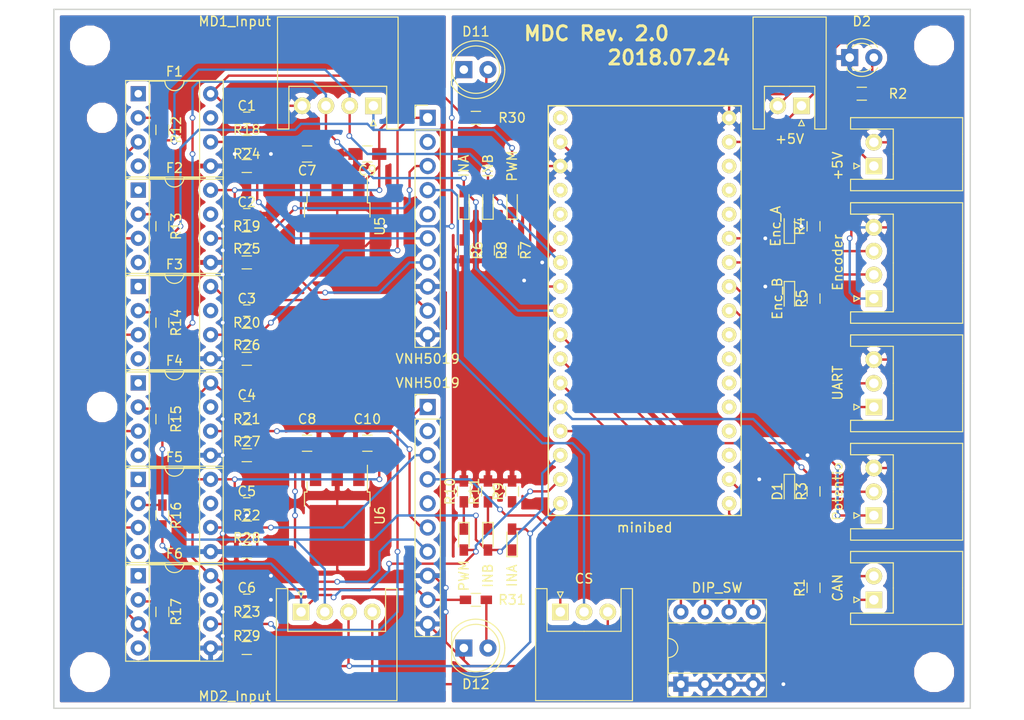
<source format=kicad_pcb>
(kicad_pcb (version 4) (host pcbnew 4.0.1-stable)
  (layers (0 F.Cu signal) (31 B.Cu signal) (34 B.Paste user) (35 F.Paste user) (36 B.SilkS user) (37 F.SilkS user) (38 B.Mask user) (39 F.Mask user) (44 Edge.Cuts user))
  (net 0 "")
  (net 1 GND)
  (net 2 VOUT1)
  (net 3 VOUT2)
  (net 4 "Net-(C7-Pad2)")
  (net 5 "Net-(C8-Pad2)")
  (net 6 "Net-(D1-Pad2)")
  (net 7 GNDA)
  (net 8 "Net-(D2-Pad2)")
  (net 9 "Net-(D3-Pad2)")
  (net 10 "Net-(D4-Pad2)")
  (net 11 "Net-(D11-Pad2)")
  (net 12 "Net-(D12-Pad2)")
  (net 13 "Net-(F1-Pad1)")
  (net 14 "Net-(F1-Pad2)")
  (net 15 "Net-(F1-Pad6)")
  (net 16 "Net-(F1-Pad7)")
  (net 17 "Net-(F1-Pad4)")
  (net 18 "Net-(F2-Pad1)")
  (net 19 "Net-(F2-Pad2)")
  (net 20 "Net-(F2-Pad6)")
  (net 21 "Net-(F2-Pad7)")
  (net 22 "Net-(F2-Pad4)")
  (net 23 "Net-(F3-Pad1)")
  (net 24 "Net-(F3-Pad2)")
  (net 25 "Net-(F3-Pad6)")
  (net 26 "Net-(F3-Pad7)")
  (net 27 "Net-(F3-Pad4)")
  (net 28 "Net-(F4-Pad1)")
  (net 29 "Net-(F4-Pad2)")
  (net 30 "Net-(F4-Pad6)")
  (net 31 "Net-(F4-Pad7)")
  (net 32 "Net-(F4-Pad4)")
  (net 33 "Net-(F5-Pad1)")
  (net 34 "Net-(F5-Pad2)")
  (net 35 "Net-(F5-Pad6)")
  (net 36 "Net-(F5-Pad7)")
  (net 37 "Net-(F5-Pad4)")
  (net 38 "Net-(F6-Pad1)")
  (net 39 "Net-(F6-Pad2)")
  (net 40 "Net-(F6-Pad6)")
  (net 41 "Net-(F6-Pad7)")
  (net 42 "Net-(F6-Pad4)")
  (net 43 CS_1)
  (net 44 p11)
  (net 45 CS_2)
  (net 46 p10)
  (net 47 INA1)
  (net 48 "Net-(MD1-Pad2)")
  (net 49 PWM1)
  (net 50 "Net-(MD1-Pad5)")
  (net 51 INB1)
  (net 52 INA2)
  (net 53 "Net-(MD2-Pad2)")
  (net 54 PWM2)
  (net 55 "Net-(MD2-Pad5)")
  (net 56 INB2)
  (net 57 "Net-(minibed1-Pad1)")
  (net 58 +3V3)
  (net 59 "Net-(minibed1-Pad4)")
  (net 60 "Net-(minibed1-Pad5)")
  (net 61 "Net-(minibed1-Pad6)")
  (net 62 p24)
  (net 63 p25)
  (net 64 p0)
  (net 65 p1)
  (net 66 p2)
  (net 67 p3)
  (net 68 p5)
  (net 69 p6)
  (net 70 p7)
  (net 71 p8)
  (net 72 p9)
  (net 73 C_H)
  (net 74 C_L)
  (net 75 "Net-(minibed1-Pad20)")
  (net 76 "Net-(minibed1-Pad23)")
  (net 77 "Net-(minibed1-Pad24)")
  (net 78 "Net-(minibed1-Pad25)")
  (net 79 p15)
  (net 80 p17)
  (net 81 p19)
  (net 82 p20)
  (net 83 "Net-(minibed1-Pad30)")
  (net 84 "Net-(minibed1-Pad31)")
  (net 85 "Net-(minibed1-Pad32)")
  (net 86 +5V)
  (net 87 "Net-(D5-Pad1)")
  (net 88 "Net-(D6-Pad1)")
  (net 89 "Net-(D7-Pad1)")
  (net 90 "Net-(D8-Pad1)")
  (net 91 "Net-(D9-Pad1)")
  (net 92 "Net-(D10-Pad1)")
  (module Mounting_Holes:MountingHole_3.2mm_M3 (layer F.Cu) (at 116.84 127)
    (fp_text reference "" (at 0 -4.2) (layer F.SilkS))
    (fp_text value MountingHole_3.2mm_M3)
    (pad 1 np_thru_hole circle (at 0 0) (size 3.2 3.2) (drill 3.2) (layers *.Cu *.Mask))
  )
  (module Mounting_Holes:MountingHole_3.2mm_M3 (layer F.Cu) (at 205.74 127)
    (fp_text reference "" (at 0 -4.2) (layer F.SilkS))
    (fp_text value MountingHole_3.2mm_M3)
    (pad 1 np_thru_hole circle (at 0 0) (size 3.2 3.2) (drill 3.2) (layers *.Cu *.Mask))
  )
  (module Mounting_Holes:MountingHole_3.2mm_M3 (layer F.Cu) (at 205.74 60.96)
    (fp_text reference "" (at 0 -4.2) (layer F.SilkS))
    (fp_text value MountingHole_3.2mm_M3)
    (pad 1 np_thru_hole circle (at 0 0) (size 3.2 3.2) (drill 3.2) (layers *.Cu *.Mask))
  )
  (module Mounting_Holes:MountingHole_3.2mm_M3 (layer F.Cu) (at 116.84 60.96)
    (fp_text reference "" (at 0 -4.2) (layer F.SilkS))
    (fp_text value MountingHole_3.2mm_M3)
    (pad 1 np_thru_hole circle (at 0 0) (size 3.2 3.2) (drill 3.2) (layers *.Cu *.Mask))
  )
  (module Mounting_Holes:MountingHole_2.2mm_M2 (layer F.Cu) (at 118.11 68.58)
    (fp_text reference "" (at 0 -3.2) (layer F.SilkS))
    (fp_text value MountingHole_2.2mm_M2)
    (pad 1 np_thru_hole circle (at 0 0) (size 2.2 2.2) (drill 2.2) (layers *.Cu *.Mask))
  )
  (module Mounting_Holes:MountingHole_2.2mm_M2 (layer F.Cu) (at 118.11 99.06)
    (fp_text reference "" (at 0 -3.2) (layer F.SilkS))
    (fp_text value MountingHole_2.2mm_M2)
    (pad 1 np_thru_hole circle (at 0 0) (size 2.2 2.2) (drill 2.2) (layers *.Cu *.Mask))
  )
  (module Capacitors_SMD:C_0603_HandSoldering (layer F.Cu) (at 133.35 68.58 180)
    (fp_text reference C1 (at 0 1.27 180) (layer F.SilkS))
    (fp_text value 0.1µF)
    (pad 1 smd rect (at -0.95 0 180) (size 1.2 0.75) (layers F.Cu F.Paste F.Mask) (net 1 GND))
    (pad 2 smd rect (at 0.95 0 180) (size 1.2 0.75) (layers F.Cu F.Paste F.Mask) (net 2 VOUT1))
  )
  (module Capacitors_SMD:C_0603_HandSoldering (layer F.Cu) (at 133.35 78.74 180)
    (fp_text reference C2 (at 0 1.27 180) (layer F.SilkS))
    (fp_text value 0.1µF)
    (pad 1 smd rect (at -0.95 0 180) (size 1.2 0.75) (layers F.Cu F.Paste F.Mask) (net 1 GND))
    (pad 2 smd rect (at 0.95 0 180) (size 1.2 0.75) (layers F.Cu F.Paste F.Mask) (net 2 VOUT1))
  )
  (module Capacitors_SMD:C_0603_HandSoldering (layer F.Cu) (at 133.35 88.9 180)
    (fp_text reference C3 (at 0 1.27 180) (layer F.SilkS))
    (fp_text value 0.1µF)
    (pad 1 smd rect (at -0.95 0 180) (size 1.2 0.75) (layers F.Cu F.Paste F.Mask) (net 1 GND))
    (pad 2 smd rect (at 0.95 0 180) (size 1.2 0.75) (layers F.Cu F.Paste F.Mask) (net 2 VOUT1))
  )
  (module Capacitors_SMD:C_0603_HandSoldering (layer F.Cu) (at 133.35 99.06 180)
    (fp_text reference C4 (at 0 1.27 180) (layer F.SilkS))
    (fp_text value 0.1µF)
    (pad 1 smd rect (at -0.95 0 180) (size 1.2 0.75) (layers F.Cu F.Paste F.Mask) (net 1 GND))
    (pad 2 smd rect (at 0.95 0 180) (size 1.2 0.75) (layers F.Cu F.Paste F.Mask) (net 3 VOUT2))
  )
  (module Capacitors_SMD:C_0603_HandSoldering (layer F.Cu) (at 133.35 109.22 180)
    (fp_text reference C5 (at 0 1.27 180) (layer F.SilkS))
    (fp_text value 0.1µF)
    (pad 1 smd rect (at -0.95 0 180) (size 1.2 0.75) (layers F.Cu F.Paste F.Mask) (net 1 GND))
    (pad 2 smd rect (at 0.95 0 180) (size 1.2 0.75) (layers F.Cu F.Paste F.Mask) (net 3 VOUT2))
  )
  (module Capacitors_SMD:C_0603_HandSoldering (layer F.Cu) (at 133.35 119.38 180)
    (fp_text reference C6 (at 0 1.27 180) (layer F.SilkS))
    (fp_text value 0.1µF)
    (pad 1 smd rect (at -0.95 0 180) (size 1.2 0.75) (layers F.Cu F.Paste F.Mask) (net 1 GND))
    (pad 2 smd rect (at 0.95 0 180) (size 1.2 0.75) (layers F.Cu F.Paste F.Mask) (net 3 VOUT2))
  )
  (module Capacitors_SMD:C_0805_HandSoldering (layer F.Cu) (at 139.7 72.39 180)
    (fp_text reference C7 (at 0 -1.75 180) (layer F.SilkS))
    (fp_text value CP)
    (pad 1 smd rect (at -1.25 0 180) (size 1.5 1.25) (layers F.Cu F.Paste F.Mask) (net 1 GND))
    (pad 2 smd rect (at 1.25 0 180) (size 1.5 1.25) (layers F.Cu F.Paste F.Mask) (net 4 "Net-(C7-Pad2)"))
  )
  (module Capacitors_SMD:C_0805_HandSoldering (layer F.Cu) (at 139.7 102.87 180)
    (fp_text reference C8 (at 0 2.54 180) (layer F.SilkS))
    (fp_text value CP)
    (pad 1 smd rect (at -1.25 0 180) (size 1.5 1.25) (layers F.Cu F.Paste F.Mask) (net 1 GND))
    (pad 2 smd rect (at 1.25 0 180) (size 1.5 1.25) (layers F.Cu F.Paste F.Mask) (net 5 "Net-(C8-Pad2)"))
  )
  (module Capacitors_SMD:C_0805_HandSoldering (layer F.Cu) (at 146.05 72.39 180)
    (fp_text reference C9 (at 0 -1.75 180) (layer F.SilkS))
    (fp_text value C)
    (pad 1 smd rect (at -1.25 0 180) (size 1.5 1.25) (layers F.Cu F.Paste F.Mask) (net 2 VOUT1))
    (pad 2 smd rect (at 1.25 0 180) (size 1.5 1.25) (layers F.Cu F.Paste F.Mask) (net 1 GND))
  )
  (module Capacitors_SMD:C_0805_HandSoldering (layer F.Cu) (at 146.05 102.87 180)
    (fp_text reference C10 (at 0 2.54 180) (layer F.SilkS))
    (fp_text value C)
    (pad 1 smd rect (at -1.25 0 180) (size 1.5 1.25) (layers F.Cu F.Paste F.Mask) (net 3 VOUT2))
    (pad 2 smd rect (at 1.25 0 180) (size 1.5 1.25) (layers F.Cu F.Paste F.Mask) (net 1 GND))
  )
  (module LEDs:LED_D3.0mm_FlatTop (layer F.Cu) (at 196.85 62.23)
    (fp_text reference D2 (at 1.27 -3.81) (layer F.SilkS))
    (fp_text value LED)
    (pad 1 thru_hole rect (at 0 0) (size 1.8 1.8) (drill 0.9) (layers *.Cu *.Mask) (net 7 GNDA))
    (pad 2 thru_hole circle (at 2.54 0) (size 1.8 1.8) (drill 0.9) (layers *.Cu *.Mask) (net 8 "Net-(D2-Pad2)"))
  )
  (module LEDs:LED_0603_HandSoldering (layer F.Cu) (at 190.5 80.01 90)
    (fp_text reference Enc_A (at 0 -1.45 90) (layer F.SilkS))
    (fp_text value LED)
    (pad 1 smd rect (at -1.1 0 90) (size 1.2 0.9) (layers F.Cu F.Paste F.Mask) (net 7 GNDA))
    (pad 2 smd rect (at 1.1 0 90) (size 1.2 0.9) (layers F.Cu F.Paste F.Mask) (net 9 "Net-(D3-Pad2)"))
  )
  (module LEDs:LED_0603_HandSoldering (layer F.Cu) (at 190.5 87.63 270)
    (fp_text reference Enc_B (at 0 1.27 270) (layer F.SilkS))
    (fp_text value LED)
    (pad 1 smd rect (at -1.1 0 270) (size 1.2 0.9) (layers F.Cu F.Paste F.Mask) (net 7 GNDA))
    (pad 2 smd rect (at 1.1 0 270) (size 1.2 0.9) (layers F.Cu F.Paste F.Mask) (net 10 "Net-(D4-Pad2)"))
  )
  (module LEDs:LED_0603_HandSoldering (layer F.Cu) (at 156.21 77.47 90)
    (fp_text reference INA (at 3.81 0 90) (layer F.SilkS))
    (fp_text value LED)
    (pad 1 smd rect (at -1.1 0 90) (size 1.2 0.9) (layers F.Cu F.Paste F.Mask) (net 87 "Net-(D5-Pad1)"))
    (pad 2 smd rect (at 1.1 0 90) (size 1.2 0.9) (layers F.Cu F.Paste F.Mask) (net 64 p0))
  )
  (module LEDs:LED_0603_HandSoldering (layer F.Cu) (at 161.29 77.47 90)
    (fp_text reference PWM (at 3.81 0 90) (layer F.SilkS))
    (fp_text value LED)
    (pad 1 smd rect (at -1.1 0 90) (size 1.2 0.9) (layers F.Cu F.Paste F.Mask) (net 88 "Net-(D6-Pad1)"))
    (pad 2 smd rect (at 1.1 0 90) (size 1.2 0.9) (layers F.Cu F.Paste F.Mask) (net 63 p25))
  )
  (module LEDs:LED_0603_HandSoldering (layer F.Cu) (at 158.75 77.47 90)
    (fp_text reference INB (at 3.81 0 90) (layer F.SilkS))
    (fp_text value LED)
    (pad 1 smd rect (at -1.1 0 90) (size 1.2 0.9) (layers F.Cu F.Paste F.Mask) (net 89 "Net-(D7-Pad1)"))
    (pad 2 smd rect (at 1.1 0 90) (size 1.2 0.9) (layers F.Cu F.Paste F.Mask) (net 62 p24))
  )
  (module LEDs:LED_0603_HandSoldering (layer F.Cu) (at 161.29 113.03 90)
    (fp_text reference INA (at -3.81 0 90) (layer F.SilkS))
    (fp_text value LED)
    (pad 1 smd rect (at -1.1 0 90) (size 1.2 0.9) (layers F.Cu F.Paste F.Mask) (net 90 "Net-(D8-Pad1)"))
    (pad 2 smd rect (at 1.1 0 90) (size 1.2 0.9) (layers F.Cu F.Paste F.Mask) (net 72 p9))
  )
  (module LEDs:LED_0603_HandSoldering (layer F.Cu) (at 156.21 113.03 270)
    (fp_text reference PWM (at 3.81 0 270) (layer F.SilkS))
    (fp_text value LED)
    (pad 1 smd rect (at -1.1 0 270) (size 1.2 0.9) (layers F.Cu F.Paste F.Mask) (net 91 "Net-(D9-Pad1)"))
    (pad 2 smd rect (at 1.1 0 270) (size 1.2 0.9) (layers F.Cu F.Paste F.Mask) (net 71 p8))
  )
  (module LEDs:LED_0603_HandSoldering (layer F.Cu) (at 158.75 113.03 270)
    (fp_text reference INB (at 3.81 0 270) (layer F.SilkS))
    (fp_text value LED)
    (pad 1 smd rect (at -1.1 0 270) (size 1.2 0.9) (layers F.Cu F.Paste F.Mask) (net 92 "Net-(D10-Pad1)"))
    (pad 2 smd rect (at 1.1 0 270) (size 1.2 0.9) (layers F.Cu F.Paste F.Mask) (net 70 p7))
  )
  (module LEDs:LED_D5.0mm_FlatTop (layer F.Cu) (at 156.21 63.5)
    (fp_text reference D11 (at 1.27 -4.01) (layer F.SilkS))
    (fp_text value LED)
    (pad 1 thru_hole rect (at 0 0) (size 1.8 1.8) (drill 0.9) (layers *.Cu *.Mask) (net 1 GND))
    (pad 2 thru_hole circle (at 2.54 0) (size 1.8 1.8) (drill 0.9) (layers *.Cu *.Mask) (net 11 "Net-(D11-Pad2)"))
  )
  (module LEDs:LED_D5.0mm_FlatTop (layer F.Cu) (at 156.21 124.46)
    (fp_text reference D12 (at 1.27 3.81) (layer F.SilkS))
    (fp_text value LED)
    (pad 1 thru_hole rect (at 0 0) (size 1.8 1.8) (drill 0.9) (layers *.Cu *.Mask) (net 1 GND))
    (pad 2 thru_hole circle (at 2.54 0) (size 1.8 1.8) (drill 0.9) (layers *.Cu *.Mask) (net 12 "Net-(D12-Pad2)"))
  )
  (module Housings_DIP:DIP-8_W7.62mm_Socket (layer F.Cu) (at 121.92 66.04)
    (fp_text reference F1 (at 3.81 -2.33) (layer F.SilkS))
    (fp_text value TLP250H)
    (pad 1 thru_hole rect (at 0 0) (size 1.6 1.6) (drill 0.8) (layers *.Cu *.Mask) (net 13 "Net-(F1-Pad1)"))
    (pad 5 thru_hole oval (at 7.62 7.62) (size 1.6 1.6) (drill 0.8) (layers *.Cu *.Mask) (net 1 GND))
    (pad 2 thru_hole oval (at 0 2.54) (size 1.6 1.6) (drill 0.8) (layers *.Cu *.Mask) (net 14 "Net-(F1-Pad2)"))
    (pad 6 thru_hole oval (at 7.62 5.08) (size 1.6 1.6) (drill 0.8) (layers *.Cu *.Mask) (net 15 "Net-(F1-Pad6)"))
    (pad 3 thru_hole oval (at 0 5.08) (size 1.6 1.6) (drill 0.8) (layers *.Cu *.Mask) (net 7 GNDA))
    (pad 7 thru_hole oval (at 7.62 2.54) (size 1.6 1.6) (drill 0.8) (layers *.Cu *.Mask) (net 16 "Net-(F1-Pad7)"))
    (pad 4 thru_hole oval (at 0 7.62) (size 1.6 1.6) (drill 0.8) (layers *.Cu *.Mask) (net 17 "Net-(F1-Pad4)"))
    (pad 8 thru_hole oval (at 7.62 0) (size 1.6 1.6) (drill 0.8) (layers *.Cu *.Mask) (net 2 VOUT1))
  )
  (module Housings_DIP:DIP-8_W7.62mm_Socket (layer F.Cu) (at 121.92 76.2)
    (fp_text reference F2 (at 3.81 -2.33) (layer F.SilkS))
    (fp_text value TLP250H)
    (pad 1 thru_hole rect (at 0 0) (size 1.6 1.6) (drill 0.8) (layers *.Cu *.Mask) (net 18 "Net-(F2-Pad1)"))
    (pad 5 thru_hole oval (at 7.62 7.62) (size 1.6 1.6) (drill 0.8) (layers *.Cu *.Mask) (net 1 GND))
    (pad 2 thru_hole oval (at 0 2.54) (size 1.6 1.6) (drill 0.8) (layers *.Cu *.Mask) (net 19 "Net-(F2-Pad2)"))
    (pad 6 thru_hole oval (at 7.62 5.08) (size 1.6 1.6) (drill 0.8) (layers *.Cu *.Mask) (net 20 "Net-(F2-Pad6)"))
    (pad 3 thru_hole oval (at 0 5.08) (size 1.6 1.6) (drill 0.8) (layers *.Cu *.Mask) (net 7 GNDA))
    (pad 7 thru_hole oval (at 7.62 2.54) (size 1.6 1.6) (drill 0.8) (layers *.Cu *.Mask) (net 21 "Net-(F2-Pad7)"))
    (pad 4 thru_hole oval (at 0 7.62) (size 1.6 1.6) (drill 0.8) (layers *.Cu *.Mask) (net 22 "Net-(F2-Pad4)"))
    (pad 8 thru_hole oval (at 7.62 0) (size 1.6 1.6) (drill 0.8) (layers *.Cu *.Mask) (net 2 VOUT1))
  )
  (module Housings_DIP:DIP-8_W7.62mm_Socket (layer F.Cu) (at 121.92 86.36)
    (fp_text reference F3 (at 3.81 -2.33) (layer F.SilkS))
    (fp_text value TLP250H)
    (pad 1 thru_hole rect (at 0 0) (size 1.6 1.6) (drill 0.8) (layers *.Cu *.Mask) (net 23 "Net-(F3-Pad1)"))
    (pad 5 thru_hole oval (at 7.62 7.62) (size 1.6 1.6) (drill 0.8) (layers *.Cu *.Mask) (net 1 GND))
    (pad 2 thru_hole oval (at 0 2.54) (size 1.6 1.6) (drill 0.8) (layers *.Cu *.Mask) (net 24 "Net-(F3-Pad2)"))
    (pad 6 thru_hole oval (at 7.62 5.08) (size 1.6 1.6) (drill 0.8) (layers *.Cu *.Mask) (net 25 "Net-(F3-Pad6)"))
    (pad 3 thru_hole oval (at 0 5.08) (size 1.6 1.6) (drill 0.8) (layers *.Cu *.Mask) (net 7 GNDA))
    (pad 7 thru_hole oval (at 7.62 2.54) (size 1.6 1.6) (drill 0.8) (layers *.Cu *.Mask) (net 26 "Net-(F3-Pad7)"))
    (pad 4 thru_hole oval (at 0 7.62) (size 1.6 1.6) (drill 0.8) (layers *.Cu *.Mask) (net 27 "Net-(F3-Pad4)"))
    (pad 8 thru_hole oval (at 7.62 0) (size 1.6 1.6) (drill 0.8) (layers *.Cu *.Mask) (net 2 VOUT1))
  )
  (module Housings_DIP:DIP-8_W7.62mm_Socket (layer F.Cu) (at 121.92 96.52)
    (fp_text reference F4 (at 3.81 -2.33) (layer F.SilkS))
    (fp_text value TLP250H)
    (pad 1 thru_hole rect (at 0 0) (size 1.6 1.6) (drill 0.8) (layers *.Cu *.Mask) (net 28 "Net-(F4-Pad1)"))
    (pad 5 thru_hole oval (at 7.62 7.62) (size 1.6 1.6) (drill 0.8) (layers *.Cu *.Mask) (net 1 GND))
    (pad 2 thru_hole oval (at 0 2.54) (size 1.6 1.6) (drill 0.8) (layers *.Cu *.Mask) (net 29 "Net-(F4-Pad2)"))
    (pad 6 thru_hole oval (at 7.62 5.08) (size 1.6 1.6) (drill 0.8) (layers *.Cu *.Mask) (net 30 "Net-(F4-Pad6)"))
    (pad 3 thru_hole oval (at 0 5.08) (size 1.6 1.6) (drill 0.8) (layers *.Cu *.Mask) (net 7 GNDA))
    (pad 7 thru_hole oval (at 7.62 2.54) (size 1.6 1.6) (drill 0.8) (layers *.Cu *.Mask) (net 31 "Net-(F4-Pad7)"))
    (pad 4 thru_hole oval (at 0 7.62) (size 1.6 1.6) (drill 0.8) (layers *.Cu *.Mask) (net 32 "Net-(F4-Pad4)"))
    (pad 8 thru_hole oval (at 7.62 0) (size 1.6 1.6) (drill 0.8) (layers *.Cu *.Mask) (net 3 VOUT2))
  )
  (module Housings_DIP:DIP-8_W7.62mm_Socket (layer F.Cu) (at 121.92 106.68)
    (fp_text reference F5 (at 3.81 -2.33) (layer F.SilkS))
    (fp_text value TLP250H)
    (pad 1 thru_hole rect (at 0 0) (size 1.6 1.6) (drill 0.8) (layers *.Cu *.Mask) (net 33 "Net-(F5-Pad1)"))
    (pad 5 thru_hole oval (at 7.62 7.62) (size 1.6 1.6) (drill 0.8) (layers *.Cu *.Mask) (net 1 GND))
    (pad 2 thru_hole oval (at 0 2.54) (size 1.6 1.6) (drill 0.8) (layers *.Cu *.Mask) (net 34 "Net-(F5-Pad2)"))
    (pad 6 thru_hole oval (at 7.62 5.08) (size 1.6 1.6) (drill 0.8) (layers *.Cu *.Mask) (net 35 "Net-(F5-Pad6)"))
    (pad 3 thru_hole oval (at 0 5.08) (size 1.6 1.6) (drill 0.8) (layers *.Cu *.Mask) (net 7 GNDA))
    (pad 7 thru_hole oval (at 7.62 2.54) (size 1.6 1.6) (drill 0.8) (layers *.Cu *.Mask) (net 36 "Net-(F5-Pad7)"))
    (pad 4 thru_hole oval (at 0 7.62) (size 1.6 1.6) (drill 0.8) (layers *.Cu *.Mask) (net 37 "Net-(F5-Pad4)"))
    (pad 8 thru_hole oval (at 7.62 0) (size 1.6 1.6) (drill 0.8) (layers *.Cu *.Mask) (net 3 VOUT2))
  )
  (module Housings_DIP:DIP-8_W7.62mm_Socket (layer F.Cu) (at 121.92 116.84)
    (fp_text reference F6 (at 3.81 -2.33) (layer F.SilkS))
    (fp_text value TLP250H)
    (pad 1 thru_hole rect (at 0 0) (size 1.6 1.6) (drill 0.8) (layers *.Cu *.Mask) (net 38 "Net-(F6-Pad1)"))
    (pad 5 thru_hole oval (at 7.62 7.62) (size 1.6 1.6) (drill 0.8) (layers *.Cu *.Mask) (net 1 GND))
    (pad 2 thru_hole oval (at 0 2.54) (size 1.6 1.6) (drill 0.8) (layers *.Cu *.Mask) (net 39 "Net-(F6-Pad2)"))
    (pad 6 thru_hole oval (at 7.62 5.08) (size 1.6 1.6) (drill 0.8) (layers *.Cu *.Mask) (net 40 "Net-(F6-Pad6)"))
    (pad 3 thru_hole oval (at 0 5.08) (size 1.6 1.6) (drill 0.8) (layers *.Cu *.Mask) (net 7 GNDA))
    (pad 7 thru_hole oval (at 7.62 2.54) (size 1.6 1.6) (drill 0.8) (layers *.Cu *.Mask) (net 41 "Net-(F6-Pad7)"))
    (pad 4 thru_hole oval (at 0 7.62) (size 1.6 1.6) (drill 0.8) (layers *.Cu *.Mask) (net 42 "Net-(F6-Pad4)"))
    (pad 8 thru_hole oval (at 7.62 0) (size 1.6 1.6) (drill 0.8) (layers *.Cu *.Mask) (net 3 VOUT2))
  )
  (module Pin_Headers:Pin_Header_Straight_1x10_Pitch2.54mm (layer F.Cu) (at 152.4 68.58)
    (fp_text reference VNH5019 (at 0 25.4) (layer F.SilkS))
    (fp_text value VNH5019)
    (pad 1 thru_hole rect (at 0 0) (size 1.7 1.7) (drill 1) (layers *.Cu *.Mask) (net 47 INA1))
    (pad 2 thru_hole oval (at 0 2.54) (size 1.7 1.7) (drill 1) (layers *.Cu *.Mask) (net 48 "Net-(MD1-Pad2)"))
    (pad 3 thru_hole oval (at 0 5.08) (size 1.7 1.7) (drill 1) (layers *.Cu *.Mask) (net 49 PWM1))
    (pad 4 thru_hole oval (at 0 7.62) (size 1.7 1.7) (drill 1) (layers *.Cu *.Mask) (net 43 CS_1))
    (pad 5 thru_hole oval (at 0 10.16) (size 1.7 1.7) (drill 1) (layers *.Cu *.Mask) (net 50 "Net-(MD1-Pad5)"))
    (pad 6 thru_hole oval (at 0 12.7) (size 1.7 1.7) (drill 1) (layers *.Cu *.Mask) (net 51 INB1))
    (pad 7 thru_hole oval (at 0 15.24) (size 1.7 1.7) (drill 1) (layers *.Cu *.Mask) (net 4 "Net-(C7-Pad2)"))
    (pad 8 thru_hole oval (at 0 17.78) (size 1.7 1.7) (drill 1) (layers *.Cu *.Mask) (net 1 GND))
    (pad 9 thru_hole oval (at 0 20.32) (size 1.7 1.7) (drill 1) (layers *.Cu *.Mask) (net 2 VOUT1))
    (pad 10 thru_hole oval (at 0 22.86) (size 1.7 1.7) (drill 1) (layers *.Cu *.Mask) (net 1 GND))
  )
  (module Pin_Headers:Pin_Header_Straight_1x10_Pitch2.54mm (layer F.Cu) (at 152.4 99.06)
    (fp_text reference VNH5019 (at 0 -2.54) (layer F.SilkS))
    (fp_text value VNH5019)
    (pad 1 thru_hole rect (at 0 0) (size 1.7 1.7) (drill 1) (layers *.Cu *.Mask) (net 52 INA2))
    (pad 2 thru_hole oval (at 0 2.54) (size 1.7 1.7) (drill 1) (layers *.Cu *.Mask) (net 53 "Net-(MD2-Pad2)"))
    (pad 3 thru_hole oval (at 0 5.08) (size 1.7 1.7) (drill 1) (layers *.Cu *.Mask) (net 54 PWM2))
    (pad 4 thru_hole oval (at 0 7.62) (size 1.7 1.7) (drill 1) (layers *.Cu *.Mask) (net 45 CS_2))
    (pad 5 thru_hole oval (at 0 10.16) (size 1.7 1.7) (drill 1) (layers *.Cu *.Mask) (net 55 "Net-(MD2-Pad5)"))
    (pad 6 thru_hole oval (at 0 12.7) (size 1.7 1.7) (drill 1) (layers *.Cu *.Mask) (net 56 INB2))
    (pad 7 thru_hole oval (at 0 15.24) (size 1.7 1.7) (drill 1) (layers *.Cu *.Mask) (net 5 "Net-(C8-Pad2)"))
    (pad 8 thru_hole oval (at 0 17.78) (size 1.7 1.7) (drill 1) (layers *.Cu *.Mask) (net 1 GND))
    (pad 9 thru_hole oval (at 0 20.32) (size 1.7 1.7) (drill 1) (layers *.Cu *.Mask) (net 3 VOUT2))
    (pad 10 thru_hole oval (at 0 22.86) (size 1.7 1.7) (drill 1) (layers *.Cu *.Mask) (net 1 GND))
  )
  (module MyLibs:minibed (layer F.Cu) (at 175.26 88.9)
    (fp_text reference minibed (at 0 22.86) (layer F.SilkS))
    (fp_text value minibed)
    (pad 1 thru_hole circle (at -8.89 -20.32) (size 1.524 1.524) (drill 0.762) (layers *.Cu *.Mask F.SilkS) (net 57 "Net-(minibed1-Pad1)"))
    (pad 2 thru_hole circle (at -8.89 -17.78) (size 1.524 1.524) (drill 0.762) (layers *.Cu *.Mask F.SilkS) (net 58 +3V3))
    (pad 3 thru_hole circle (at -8.89 -15.24) (size 1.524 1.524) (drill 0.762) (layers *.Cu *.Mask F.SilkS) (net 7 GNDA))
    (pad 4 thru_hole circle (at -8.89 -12.7) (size 1.524 1.524) (drill 0.762) (layers *.Cu *.Mask F.SilkS) (net 59 "Net-(minibed1-Pad4)"))
    (pad 5 thru_hole circle (at -8.89 -10.16) (size 1.524 1.524) (drill 0.762) (layers *.Cu *.Mask F.SilkS) (net 60 "Net-(minibed1-Pad5)"))
    (pad 6 thru_hole circle (at -8.89 -7.62) (size 1.524 1.524) (drill 0.762) (layers *.Cu *.Mask F.SilkS) (net 61 "Net-(minibed1-Pad6)"))
    (pad 7 thru_hole circle (at -8.89 -5.08) (size 1.524 1.524) (drill 0.762) (layers *.Cu *.Mask F.SilkS) (net 62 p24))
    (pad 8 thru_hole circle (at -8.89 -2.54) (size 1.524 1.524) (drill 0.762) (layers *.Cu *.Mask F.SilkS) (net 63 p25))
    (pad 9 thru_hole circle (at -8.89 0) (size 1.524 1.524) (drill 0.762) (layers *.Cu *.Mask F.SilkS) (net 64 p0))
    (pad 10 thru_hole circle (at -8.89 2.54) (size 1.524 1.524) (drill 0.762) (layers *.Cu *.Mask F.SilkS) (net 65 p1))
    (pad 11 thru_hole circle (at -8.89 5.08) (size 1.524 1.524) (drill 0.762) (layers *.Cu *.Mask F.SilkS) (net 66 p2))
    (pad 12 thru_hole circle (at -8.89 7.62) (size 1.524 1.524) (drill 0.762) (layers *.Cu *.Mask F.SilkS) (net 67 p3))
    (pad 13 thru_hole circle (at -8.89 10.16) (size 1.524 1.524) (drill 0.762) (layers *.Cu *.Mask F.SilkS) (net 68 p5))
    (pad 14 thru_hole circle (at -8.89 12.7) (size 1.524 1.524) (drill 0.762) (layers *.Cu *.Mask F.SilkS) (net 69 p6))
    (pad 15 thru_hole circle (at -8.89 15.24) (size 1.524 1.524) (drill 0.762) (layers *.Cu *.Mask F.SilkS) (net 70 p7))
    (pad 16 thru_hole circle (at -8.89 17.78) (size 1.524 1.524) (drill 0.762) (layers *.Cu *.Mask F.SilkS) (net 71 p8))
    (pad 17 thru_hole circle (at -8.89 20.32) (size 1.524 1.524) (drill 0.762) (layers *.Cu *.Mask F.SilkS) (net 72 p9))
    (pad 18 thru_hole circle (at 8.89 20.32) (size 1.524 1.524) (drill 0.762) (layers *.Cu *.Mask F.SilkS) (net 73 C_H))
    (pad 19 thru_hole circle (at 8.89 17.78) (size 1.524 1.524) (drill 0.762) (layers *.Cu *.Mask F.SilkS) (net 74 C_L))
    (pad 20 thru_hole circle (at 8.89 15.24) (size 1.524 1.524) (drill 0.762) (layers *.Cu *.Mask F.SilkS) (net 75 "Net-(minibed1-Pad20)"))
    (pad 21 thru_hole circle (at 8.89 12.7) (size 1.524 1.524) (drill 0.762) (layers *.Cu *.Mask F.SilkS) (net 46 p10))
    (pad 22 thru_hole circle (at 8.89 10.16) (size 1.524 1.524) (drill 0.762) (layers *.Cu *.Mask F.SilkS) (net 44 p11))
    (pad 23 thru_hole circle (at 8.89 7.62) (size 1.524 1.524) (drill 0.762) (layers *.Cu *.Mask F.SilkS) (net 76 "Net-(minibed1-Pad23)"))
    (pad 24 thru_hole circle (at 8.89 5.08) (size 1.524 1.524) (drill 0.762) (layers *.Cu *.Mask F.SilkS) (net 77 "Net-(minibed1-Pad24)"))
    (pad 25 thru_hole circle (at 8.89 2.54) (size 1.524 1.524) (drill 0.762) (layers *.Cu *.Mask F.SilkS) (net 78 "Net-(minibed1-Pad25)"))
    (pad 26 thru_hole circle (at 8.89 0) (size 1.524 1.524) (drill 0.762) (layers *.Cu *.Mask F.SilkS) (net 79 p15))
    (pad 27 thru_hole circle (at 8.89 -2.54) (size 1.524 1.524) (drill 0.762) (layers *.Cu *.Mask F.SilkS) (net 80 p17))
    (pad 28 thru_hole circle (at 8.89 -5.08) (size 1.524 1.524) (drill 0.762) (layers *.Cu *.Mask F.SilkS) (net 81 p19))
    (pad 29 thru_hole circle (at 8.89 -7.62) (size 1.524 1.524) (drill 0.762) (layers *.Cu *.Mask F.SilkS) (net 82 p20))
    (pad 30 thru_hole circle (at 8.89 -10.16) (size 1.524 1.524) (drill 0.762) (layers *.Cu *.Mask F.SilkS) (net 83 "Net-(minibed1-Pad30)"))
    (pad 31 thru_hole circle (at 8.89 -12.7) (size 1.524 1.524) (drill 0.762) (layers *.Cu *.Mask F.SilkS) (net 84 "Net-(minibed1-Pad31)"))
    (pad 32 thru_hole circle (at 8.89 -15.24) (size 1.524 1.524) (drill 0.762) (layers *.Cu *.Mask F.SilkS) (net 85 "Net-(minibed1-Pad32)"))
    (pad 33 thru_hole circle (at 8.89 -17.78) (size 1.524 1.524) (drill 0.762) (layers *.Cu *.Mask F.SilkS) (net 86 +5V))
    (pad 34 thru_hole circle (at 8.89 -20.32) (size 1.524 1.524) (drill 0.762) (layers *.Cu *.Mask F.SilkS) (net 7 GNDA))
  )
  (module Resistors_SMD:R_0603_HandSoldering (layer F.Cu) (at 193.04 118.11 90)
    (fp_text reference R1 (at 0 -1.45 90) (layer F.SilkS))
    (fp_text value R)
    (pad 1 smd rect (at -1.1 0 90) (size 1.2 0.9) (layers F.Cu F.Paste F.Mask) (net 73 C_H))
    (pad 2 smd rect (at 1.1 0 90) (size 1.2 0.9) (layers F.Cu F.Paste F.Mask) (net 74 C_L))
  )
  (module Resistors_SMD:R_0603_HandSoldering (layer F.Cu) (at 198.12 66.04 180)
    (fp_text reference R2 (at -3.81 0 180) (layer F.SilkS))
    (fp_text value R)
    (pad 1 smd rect (at -1.1 0 180) (size 1.2 0.9) (layers F.Cu F.Paste F.Mask) (net 8 "Net-(D2-Pad2)"))
    (pad 2 smd rect (at 1.1 0 180) (size 1.2 0.9) (layers F.Cu F.Paste F.Mask) (net 86 +5V))
  )
  (module Resistors_SMD:R_0603_HandSoldering (layer F.Cu) (at 193.04 107.95 270)
    (fp_text reference R3 (at 0 1.27 270) (layer F.SilkS))
    (fp_text value R)
    (pad 1 smd rect (at -1.1 0 270) (size 1.2 0.9) (layers F.Cu F.Paste F.Mask) (net 68 p5))
    (pad 2 smd rect (at 1.1 0 270) (size 1.2 0.9) (layers F.Cu F.Paste F.Mask) (net 6 "Net-(D1-Pad2)"))
  )
  (module Resistors_SMD:R_0603_HandSoldering (layer F.Cu) (at 193.04 80.01 90)
    (fp_text reference R4 (at 0 -1.45 90) (layer F.SilkS))
    (fp_text value R)
    (pad 1 smd rect (at -1.1 0 90) (size 1.2 0.9) (layers F.Cu F.Paste F.Mask) (net 82 p20))
    (pad 2 smd rect (at 1.1 0 90) (size 1.2 0.9) (layers F.Cu F.Paste F.Mask) (net 9 "Net-(D3-Pad2)"))
  )
  (module Resistors_SMD:R_0603_HandSoldering (layer F.Cu) (at 193.04 87.63 270)
    (fp_text reference R5 (at 0 1.27 270) (layer F.SilkS))
    (fp_text value R)
    (pad 1 smd rect (at -1.1 0 270) (size 1.2 0.9) (layers F.Cu F.Paste F.Mask) (net 81 p19))
    (pad 2 smd rect (at 1.1 0 270) (size 1.2 0.9) (layers F.Cu F.Paste F.Mask) (net 10 "Net-(D4-Pad2)"))
  )
  (module Resistors_SMD:R_0603_HandSoldering (layer F.Cu) (at 156.21 82.55 270)
    (fp_text reference R6 (at 0 -1.45 270) (layer F.SilkS))
    (fp_text value R)
    (pad 1 smd rect (at -1.1 0 270) (size 1.2 0.9) (layers F.Cu F.Paste F.Mask) (net 87 "Net-(D5-Pad1)"))
    (pad 2 smd rect (at 1.1 0 270) (size 1.2 0.9) (layers F.Cu F.Paste F.Mask) (net 7 GNDA))
  )
  (module Resistors_SMD:R_0603_HandSoldering (layer F.Cu) (at 161.29 82.55 270)
    (fp_text reference R7 (at 0 -1.45 270) (layer F.SilkS))
    (fp_text value R)
    (pad 1 smd rect (at -1.1 0 270) (size 1.2 0.9) (layers F.Cu F.Paste F.Mask) (net 88 "Net-(D6-Pad1)"))
    (pad 2 smd rect (at 1.1 0 270) (size 1.2 0.9) (layers F.Cu F.Paste F.Mask) (net 7 GNDA))
  )
  (module Resistors_SMD:R_0603_HandSoldering (layer F.Cu) (at 158.75 82.55 270)
    (fp_text reference R8 (at 0 -1.45 270) (layer F.SilkS))
    (fp_text value R)
    (pad 1 smd rect (at -1.1 0 270) (size 1.2 0.9) (layers F.Cu F.Paste F.Mask) (net 89 "Net-(D7-Pad1)"))
    (pad 2 smd rect (at 1.1 0 270) (size 1.2 0.9) (layers F.Cu F.Paste F.Mask) (net 7 GNDA))
  )
  (module Resistors_SMD:R_0603_HandSoldering (layer F.Cu) (at 161.29 107.95 90)
    (fp_text reference R9 (at 0 -1.45 90) (layer F.SilkS))
    (fp_text value R)
    (pad 1 smd rect (at -1.1 0 90) (size 1.2 0.9) (layers F.Cu F.Paste F.Mask) (net 90 "Net-(D8-Pad1)"))
    (pad 2 smd rect (at 1.1 0 90) (size 1.2 0.9) (layers F.Cu F.Paste F.Mask) (net 7 GNDA))
  )
  (module Resistors_SMD:R_0603_HandSoldering (layer F.Cu) (at 156.21 107.95 90)
    (fp_text reference R10 (at 0 -1.45 90) (layer F.SilkS))
    (fp_text value R)
    (pad 1 smd rect (at -1.1 0 90) (size 1.2 0.9) (layers F.Cu F.Paste F.Mask) (net 91 "Net-(D9-Pad1)"))
    (pad 2 smd rect (at 1.1 0 90) (size 1.2 0.9) (layers F.Cu F.Paste F.Mask) (net 7 GNDA))
  )
  (module Resistors_SMD:R_0603_HandSoldering (layer F.Cu) (at 158.75 107.95 90)
    (fp_text reference R11 (at 0 -1.45 90) (layer F.SilkS))
    (fp_text value R)
    (pad 1 smd rect (at -1.1 0 90) (size 1.2 0.9) (layers F.Cu F.Paste F.Mask) (net 92 "Net-(D10-Pad1)"))
    (pad 2 smd rect (at 1.1 0 90) (size 1.2 0.9) (layers F.Cu F.Paste F.Mask) (net 7 GNDA))
  )
  (module Resistors_SMD:R_0603_HandSoldering (layer F.Cu) (at 124.46 69.85 270)
    (fp_text reference R12 (at 0 -1.45 270) (layer F.SilkS))
    (fp_text value R)
    (pad 1 smd rect (at -1.1 0 270) (size 1.2 0.9) (layers F.Cu F.Paste F.Mask) (net 14 "Net-(F1-Pad2)"))
    (pad 2 smd rect (at 1.1 0 270) (size 1.2 0.9) (layers F.Cu F.Paste F.Mask) (net 62 p24))
  )
  (module Resistors_SMD:R_0603_HandSoldering (layer F.Cu) (at 124.46 80.01 270)
    (fp_text reference R13 (at 0 -1.45 270) (layer F.SilkS))
    (fp_text value R)
    (pad 1 smd rect (at -1.1 0 270) (size 1.2 0.9) (layers F.Cu F.Paste F.Mask) (net 19 "Net-(F2-Pad2)"))
    (pad 2 smd rect (at 1.1 0 270) (size 1.2 0.9) (layers F.Cu F.Paste F.Mask) (net 63 p25))
  )
  (module Resistors_SMD:R_0603_HandSoldering (layer F.Cu) (at 124.46 90.17 270)
    (fp_text reference R14 (at 0 -1.45 270) (layer F.SilkS))
    (fp_text value R)
    (pad 1 smd rect (at -1.1 0 270) (size 1.2 0.9) (layers F.Cu F.Paste F.Mask) (net 24 "Net-(F3-Pad2)"))
    (pad 2 smd rect (at 1.1 0 270) (size 1.2 0.9) (layers F.Cu F.Paste F.Mask) (net 64 p0))
  )
  (module Resistors_SMD:R_0603_HandSoldering (layer F.Cu) (at 124.46 100.33 270)
    (fp_text reference R15 (at 0 -1.45 270) (layer F.SilkS))
    (fp_text value R)
    (pad 1 smd rect (at -1.1 0 270) (size 1.2 0.9) (layers F.Cu F.Paste F.Mask) (net 29 "Net-(F4-Pad2)"))
    (pad 2 smd rect (at 1.1 0 270) (size 1.2 0.9) (layers F.Cu F.Paste F.Mask) (net 70 p7))
  )
  (module Resistors_SMD:R_0603_HandSoldering (layer F.Cu) (at 124.46 110.49 270)
    (fp_text reference R16 (at 0 -1.45 270) (layer F.SilkS))
    (fp_text value R)
    (pad 1 smd rect (at -1.1 0 270) (size 1.2 0.9) (layers F.Cu F.Paste F.Mask) (net 34 "Net-(F5-Pad2)"))
    (pad 2 smd rect (at 1.1 0 270) (size 1.2 0.9) (layers F.Cu F.Paste F.Mask) (net 71 p8))
  )
  (module Resistors_SMD:R_0603_HandSoldering (layer F.Cu) (at 124.46 120.65 270)
    (fp_text reference R17 (at 0 -1.45 270) (layer F.SilkS))
    (fp_text value R)
    (pad 1 smd rect (at -1.1 0 270) (size 1.2 0.9) (layers F.Cu F.Paste F.Mask) (net 39 "Net-(F6-Pad2)"))
    (pad 2 smd rect (at 1.1 0 270) (size 1.2 0.9) (layers F.Cu F.Paste F.Mask) (net 72 p9))
  )
  (module Resistors_SMD:R_0603_HandSoldering (layer F.Cu) (at 133.35 71.12 180)
    (fp_text reference R18 (at 0 1.27 180) (layer F.SilkS))
    (fp_text value R)
    (pad 1 smd rect (at -1.1 0 180) (size 1.2 0.9) (layers F.Cu F.Paste F.Mask) (net 51 INB1))
    (pad 2 smd rect (at 1.1 0 180) (size 1.2 0.9) (layers F.Cu F.Paste F.Mask) (net 15 "Net-(F1-Pad6)"))
  )
  (module Resistors_SMD:R_0603_HandSoldering (layer F.Cu) (at 133.35 81.28 180)
    (fp_text reference R19 (at 0 1.27 180) (layer F.SilkS))
    (fp_text value R)
    (pad 1 smd rect (at -1.1 0 180) (size 1.2 0.9) (layers F.Cu F.Paste F.Mask) (net 49 PWM1))
    (pad 2 smd rect (at 1.1 0 180) (size 1.2 0.9) (layers F.Cu F.Paste F.Mask) (net 20 "Net-(F2-Pad6)"))
  )
  (module Resistors_SMD:R_0603_HandSoldering (layer F.Cu) (at 133.35 91.44 180)
    (fp_text reference R20 (at 0 1.27 180) (layer F.SilkS))
    (fp_text value R)
    (pad 1 smd rect (at -1.1 0 180) (size 1.2 0.9) (layers F.Cu F.Paste F.Mask) (net 47 INA1))
    (pad 2 smd rect (at 1.1 0 180) (size 1.2 0.9) (layers F.Cu F.Paste F.Mask) (net 25 "Net-(F3-Pad6)"))
  )
  (module Resistors_SMD:R_0603_HandSoldering (layer F.Cu) (at 133.35 101.6 180)
    (fp_text reference R21 (at 0 1.27 180) (layer F.SilkS))
    (fp_text value R)
    (pad 1 smd rect (at -1.1 0 180) (size 1.2 0.9) (layers F.Cu F.Paste F.Mask) (net 56 INB2))
    (pad 2 smd rect (at 1.1 0 180) (size 1.2 0.9) (layers F.Cu F.Paste F.Mask) (net 30 "Net-(F4-Pad6)"))
  )
  (module Resistors_SMD:R_0603_HandSoldering (layer F.Cu) (at 133.35 111.76 180)
    (fp_text reference R22 (at 0 1.27 180) (layer F.SilkS))
    (fp_text value R)
    (pad 1 smd rect (at -1.1 0 180) (size 1.2 0.9) (layers F.Cu F.Paste F.Mask) (net 54 PWM2))
    (pad 2 smd rect (at 1.1 0 180) (size 1.2 0.9) (layers F.Cu F.Paste F.Mask) (net 35 "Net-(F5-Pad6)"))
  )
  (module Resistors_SMD:R_0603_HandSoldering (layer F.Cu) (at 133.35 121.92 180)
    (fp_text reference R23 (at 0 1.27 180) (layer F.SilkS))
    (fp_text value R)
    (pad 1 smd rect (at -1.1 0 180) (size 1.2 0.9) (layers F.Cu F.Paste F.Mask) (net 52 INA2))
    (pad 2 smd rect (at 1.1 0 180) (size 1.2 0.9) (layers F.Cu F.Paste F.Mask) (net 40 "Net-(F6-Pad6)"))
  )
  (module Resistors_SMD:R_0603_HandSoldering (layer F.Cu) (at 133.35 73.66)
    (fp_text reference R24 (at 0 -1.27) (layer F.SilkS))
    (fp_text value R)
    (pad 1 smd rect (at -1.1 0) (size 1.2 0.9) (layers F.Cu F.Paste F.Mask) (net 1 GND))
    (pad 2 smd rect (at 1.1 0) (size 1.2 0.9) (layers F.Cu F.Paste F.Mask) (net 51 INB1))
  )
  (module Resistors_SMD:R_0603_HandSoldering (layer F.Cu) (at 133.35 83.82)
    (fp_text reference R25 (at 0 -1.45) (layer F.SilkS))
    (fp_text value R)
    (pad 1 smd rect (at -1.1 0) (size 1.2 0.9) (layers F.Cu F.Paste F.Mask) (net 1 GND))
    (pad 2 smd rect (at 1.1 0) (size 1.2 0.9) (layers F.Cu F.Paste F.Mask) (net 49 PWM1))
  )
  (module Resistors_SMD:R_0603_HandSoldering (layer F.Cu) (at 133.35 93.98)
    (fp_text reference R26 (at 0 -1.45) (layer F.SilkS))
    (fp_text value R)
    (pad 1 smd rect (at -1.1 0) (size 1.2 0.9) (layers F.Cu F.Paste F.Mask) (net 1 GND))
    (pad 2 smd rect (at 1.1 0) (size 1.2 0.9) (layers F.Cu F.Paste F.Mask) (net 47 INA1))
  )
  (module Resistors_SMD:R_0603_HandSoldering (layer F.Cu) (at 133.35 104.14)
    (fp_text reference R27 (at 0 -1.45) (layer F.SilkS))
    (fp_text value R)
    (pad 1 smd rect (at -1.1 0) (size 1.2 0.9) (layers F.Cu F.Paste F.Mask) (net 1 GND))
    (pad 2 smd rect (at 1.1 0) (size 1.2 0.9) (layers F.Cu F.Paste F.Mask) (net 56 INB2))
  )
  (module Resistors_SMD:R_0603_HandSoldering (layer F.Cu) (at 133.35 114.3)
    (fp_text reference R28 (at 0 -1.45) (layer F.SilkS))
    (fp_text value R)
    (pad 1 smd rect (at -1.1 0) (size 1.2 0.9) (layers F.Cu F.Paste F.Mask) (net 1 GND))
    (pad 2 smd rect (at 1.1 0) (size 1.2 0.9) (layers F.Cu F.Paste F.Mask) (net 54 PWM2))
  )
  (module Resistors_SMD:R_0603_HandSoldering (layer F.Cu) (at 133.35 124.46)
    (fp_text reference R29 (at 0 -1.27) (layer F.SilkS))
    (fp_text value R)
    (pad 1 smd rect (at -1.1 0) (size 1.2 0.9) (layers F.Cu F.Paste F.Mask) (net 1 GND))
    (pad 2 smd rect (at 1.1 0) (size 1.2 0.9) (layers F.Cu F.Paste F.Mask) (net 52 INA2))
  )
  (module Resistors_SMD:R_0603_HandSoldering (layer F.Cu) (at 157.48 68.58 180)
    (fp_text reference R30 (at -3.81 0 180) (layer F.SilkS))
    (fp_text value R)
    (pad 1 smd rect (at -1.1 0 180) (size 1.2 0.9) (layers F.Cu F.Paste F.Mask) (net 11 "Net-(D11-Pad2)"))
    (pad 2 smd rect (at 1.1 0 180) (size 1.2 0.9) (layers F.Cu F.Paste F.Mask) (net 2 VOUT1))
  )
  (module Resistors_SMD:R_0603_HandSoldering (layer F.Cu) (at 157.48 119.38 180)
    (fp_text reference R31 (at -3.81 0 180) (layer F.SilkS))
    (fp_text value R)
    (pad 1 smd rect (at -1.1 0 180) (size 1.2 0.9) (layers F.Cu F.Paste F.Mask) (net 12 "Net-(D12-Pad2)"))
    (pad 2 smd rect (at 1.1 0 180) (size 1.2 0.9) (layers F.Cu F.Paste F.Mask) (net 3 VOUT2))
  )
  (module Connectors_JST:JST_XH_S02B-XH-A_02x2.50mm_Angled (layer F.Cu) (at 199.39 73.66 90)
    (fp_text reference +5V (at 0 -3.81 90) (layer F.SilkS))
    (fp_text value XH_2)
    (pad 1 thru_hole rect (at 0 0 90) (size 1.75 1.75) (drill 1) (layers *.Cu *.Mask F.SilkS) (net 86 +5V))
    (pad 2 thru_hole circle (at 2.5 0 90) (size 1.75 1.75) (drill 1) (layers *.Cu *.Mask F.SilkS) (net 7 GNDA))
  )
  (module Connectors_JST:JST_XH_S02B-XH-A_02x2.50mm_Angled (layer F.Cu) (at 199.39 119.38 90)
    (fp_text reference CAN (at 1.27 -3.81 90) (layer F.SilkS))
    (fp_text value CAN__connector)
    (pad 1 thru_hole rect (at 0 0 90) (size 1.75 1.75) (drill 1) (layers *.Cu *.Mask F.SilkS) (net 73 C_H))
    (pad 2 thru_hole circle (at 2.5 0 90) (size 1.75 1.75) (drill 1) (layers *.Cu *.Mask F.SilkS) (net 74 C_L))
  )
  (module Connectors_JST:JST_XH_S03B-XH-A_03x2.50mm_Angled (layer F.Cu) (at 199.39 110.49 90)
    (fp_text reference Potentio (at 2.54 -3.81 90) (layer F.SilkS))
    (fp_text value potentio__connector)
    (pad 1 thru_hole rect (at 0 0 90) (size 1.75 1.75) (drill 1) (layers *.Cu *.Mask F.SilkS) (net 58 +3V3))
    (pad 2 thru_hole circle (at 2.5 0 90) (size 1.75 1.75) (drill 1) (layers *.Cu *.Mask F.SilkS) (net 68 p5))
    (pad 3 thru_hole circle (at 5 0 90) (size 1.75 1.75) (drill 1) (layers *.Cu *.Mask F.SilkS) (net 7 GNDA))
  )
  (module Connectors_JST:JST_XH_S04B-XH-A_04x2.50mm_Angled (layer F.Cu) (at 199.39 87.63 90)
    (fp_text reference Encoder (at 3.81 -3.81 90) (layer F.SilkS))
    (fp_text value encoder_connector)
    (pad 1 thru_hole rect (at 0 0 90) (size 1.75 1.75) (drill 1) (layers *.Cu *.Mask F.SilkS) (net 86 +5V))
    (pad 2 thru_hole circle (at 2.5 0 90) (size 1.75 1.75) (drill 1) (layers *.Cu *.Mask F.SilkS) (net 81 p19))
    (pad 3 thru_hole circle (at 5 0 90) (size 1.75 1.75) (drill 1) (layers *.Cu *.Mask F.SilkS) (net 82 p20))
    (pad 4 thru_hole circle (at 7.5 0 90) (size 1.75 1.75) (drill 1) (layers *.Cu *.Mask F.SilkS) (net 7 GNDA))
  )
  (module TO_SOT_Packages_SMD:TO-252-3_TabPin2 (layer F.Cu) (at 142.875 80.01 270)
    (fp_text reference U5 (at 0 -4.5 270) (layer F.SilkS))
    (fp_text value NJM7800SDL1)
    (pad 1 smd rect (at -4.2 -2.28 270) (size 2.2 1.2) (layers F.Cu F.Paste F.Mask) (net 2 VOUT1))
    (pad 2 smd rect (at -4.2 0 270) (size 2.2 1.2) (layers F.Cu F.Paste F.Mask) (net 1 GND))
    (pad 3 smd rect (at -4.2 2.28 270) (size 2.2 1.2) (layers F.Cu F.Paste F.Mask) (net 4 "Net-(C7-Pad2)"))
    (pad 2 smd rect (at 2.1 0 270) (size 6.4 5.8) (layers F.Cu F.Mask) (net 1 GND))
    (pad 2 smd rect (at 3.775 1.525 270) (size 3.05 2.75) (layers F.Cu F.Paste) (net 1 GND))
    (pad 2 smd rect (at 0.425 -1.525 270) (size 3.05 2.75) (layers F.Cu F.Paste) (net 1 GND))
    (pad 2 smd rect (at 3.775 -1.525 270) (size 3.05 2.75) (layers F.Cu F.Paste) (net 1 GND))
    (pad 2 smd rect (at 0.425 1.525 270) (size 3.05 2.75) (layers F.Cu F.Paste) (net 1 GND))
  )
  (module TO_SOT_Packages_SMD:TO-252-3_TabPin2 (layer F.Cu) (at 142.875 110.49 270)
    (fp_text reference U6 (at 0 -4.5 270) (layer F.SilkS))
    (fp_text value NJM7800SDL1)
    (pad 1 smd rect (at -4.2 -2.28 270) (size 2.2 1.2) (layers F.Cu F.Paste F.Mask) (net 3 VOUT2))
    (pad 2 smd rect (at -4.2 0 270) (size 2.2 1.2) (layers F.Cu F.Paste F.Mask) (net 1 GND))
    (pad 3 smd rect (at -4.2 2.28 270) (size 2.2 1.2) (layers F.Cu F.Paste F.Mask) (net 5 "Net-(C8-Pad2)"))
    (pad 2 smd rect (at 2.1 0 270) (size 6.4 5.8) (layers F.Cu F.Mask) (net 1 GND))
    (pad 2 smd rect (at 3.775 1.525 270) (size 3.05 2.75) (layers F.Cu F.Paste) (net 1 GND))
    (pad 2 smd rect (at 0.425 -1.525 270) (size 3.05 2.75) (layers F.Cu F.Paste) (net 1 GND))
    (pad 2 smd rect (at 3.775 -1.525 270) (size 3.05 2.75) (layers F.Cu F.Paste) (net 1 GND))
    (pad 2 smd rect (at 0.425 1.525 270) (size 3.05 2.75) (layers F.Cu F.Paste) (net 1 GND))
  )
  (module Housings_DIP:DIP-8_W7.62mm_Socket (layer F.Cu) (at 179.07 128.27 90)
    (fp_text reference DIP_SW (at 10.16 3.81 180) (layer F.SilkS))
    (fp_text value dipSW)
    (pad 1 thru_hole rect (at 0 0 90) (size 1.6 1.6) (drill 0.8) (layers *.Cu *.Mask) (net 7 GNDA))
    (pad 5 thru_hole oval (at 7.62 7.62 90) (size 1.6 1.6) (drill 0.8) (layers *.Cu *.Mask) (net 65 p1))
    (pad 2 thru_hole oval (at 0 2.54 90) (size 1.6 1.6) (drill 0.8) (layers *.Cu *.Mask) (net 7 GNDA))
    (pad 6 thru_hole oval (at 7.62 5.08 90) (size 1.6 1.6) (drill 0.8) (layers *.Cu *.Mask) (net 66 p2))
    (pad 3 thru_hole oval (at 0 5.08 90) (size 1.6 1.6) (drill 0.8) (layers *.Cu *.Mask) (net 7 GNDA))
    (pad 7 thru_hole oval (at 7.62 2.54 90) (size 1.6 1.6) (drill 0.8) (layers *.Cu *.Mask) (net 67 p3))
    (pad 4 thru_hole oval (at 0 7.62 90) (size 1.6 1.6) (drill 0.8) (layers *.Cu *.Mask) (net 7 GNDA))
    (pad 8 thru_hole oval (at 7.62 0 90) (size 1.6 1.6) (drill 0.8) (layers *.Cu *.Mask) (net 69 p6))
  )
  (module Connectors_JST:JST_XH_S02B-XH-A_02x2.50mm_Angled (layer F.Cu) (at 191.77 67.31 180)
    (fp_text reference +5V (at 1.25 -3.5 180) (layer F.SilkS))
    (fp_text value XH_2)
    (pad 1 thru_hole rect (at 0 0 180) (size 1.75 1.75) (drill 1) (layers *.Cu *.Mask F.SilkS) (net 86 +5V))
    (pad 2 thru_hole circle (at 2.5 0 180) (size 1.75 1.75) (drill 1) (layers *.Cu *.Mask F.SilkS) (net 7 GNDA))
  )
  (module Connectors_JST:JST_XH_S04B-XH-A_04x2.50mm_Angled (layer F.Cu) (at 146.685 67.31 180)
    (fp_text reference MD1_Input (at 14.605 8.89 180) (layer F.SilkS))
    (fp_text value XH_4)
    (pad 1 thru_hole rect (at 0 0 180) (size 1.75 1.75) (drill 1) (layers *.Cu *.Mask F.SilkS) (net 63 p25))
    (pad 2 thru_hole circle (at 2.5 0 180) (size 1.75 1.75) (drill 1) (layers *.Cu *.Mask F.SilkS) (net 62 p24))
    (pad 3 thru_hole circle (at 5 0 180) (size 1.75 1.75) (drill 1) (layers *.Cu *.Mask F.SilkS) (net 64 p0))
    (pad 4 thru_hole circle (at 7.5 0 180) (size 1.75 1.75) (drill 1) (layers *.Cu *.Mask F.SilkS) (net 1 GND))
  )
  (module Connectors_JST:JST_XH_S04B-XH-A_04x2.50mm_Angled (layer F.Cu) (at 139.065 120.65)
    (fp_text reference MD2_Input (at -6.985 8.89) (layer F.SilkS))
    (fp_text value XH_4)
    (pad 1 thru_hole rect (at 0 0) (size 1.75 1.75) (drill 1) (layers *.Cu *.Mask F.SilkS) (net 71 p8))
    (pad 2 thru_hole circle (at 2.5 0) (size 1.75 1.75) (drill 1) (layers *.Cu *.Mask F.SilkS) (net 70 p7))
    (pad 3 thru_hole circle (at 5 0) (size 1.75 1.75) (drill 1) (layers *.Cu *.Mask F.SilkS) (net 72 p9))
    (pad 4 thru_hole circle (at 7.5 0) (size 1.75 1.75) (drill 1) (layers *.Cu *.Mask F.SilkS) (net 7 GNDA))
  )
  (module Connectors_JST:JST_XH_S03B-XH-A_03x2.50mm_Angled (layer F.Cu) (at 199.39 99.06 90)
    (fp_text reference UART (at 2.54 -3.81 90) (layer F.SilkS))
    (fp_text value XH_3)
    (pad 1 thru_hole rect (at 0 0 90) (size 1.75 1.75) (drill 1) (layers *.Cu *.Mask F.SilkS) (net 79 p15))
    (pad 2 thru_hole circle (at 2.5 0 90) (size 1.75 1.75) (drill 1) (layers *.Cu *.Mask F.SilkS) (net 80 p17))
    (pad 3 thru_hole circle (at 5 0 90) (size 1.75 1.75) (drill 1) (layers *.Cu *.Mask F.SilkS) (net 7 GNDA))
  )
  (module LEDs:LED_0603_HandSoldering (layer F.Cu) (at 190.5 107.95 270)
    (fp_text reference D1 (at 0 1.27 270) (layer F.SilkS))
    (fp_text value LED)
    (pad 1 smd rect (at -1.1 0 270) (size 1.2 0.9) (layers F.Cu F.Paste F.Mask) (net 7 GNDA))
    (pad 2 smd rect (at 1.1 0 270) (size 1.2 0.9) (layers F.Cu F.Paste F.Mask) (net 6 "Net-(D1-Pad2)"))
  )
  (module Connectors_JST:JST_XH_S03B-XH-A_03x2.50mm_Angled (layer F.Cu) (at 166.37 120.65)
    (fp_text reference CS (at 2.5 -3.5) (layer F.SilkS))
    (fp_text value XH_3)
    (pad 1 thru_hole rect (at 0 0) (size 1.75 1.75) (drill 1) (layers *.Cu *.Mask F.SilkS) (net 45 CS_2))
    (pad 2 thru_hole circle (at 2.5 0) (size 1.75 1.75) (drill 1) (layers *.Cu *.Mask F.SilkS) (net 43 CS_1))
    (pad 3 thru_hole circle (at 5 0) (size 1.75 1.75) (drill 1) (layers *.Cu *.Mask F.SilkS) (net 1 GND))
  )
  (gr_line (start 209.55 57.15) (end 113.03 57.15) (angle 90) (layer Edge.Cuts) (width 0.15))
  (gr_line (start 209.55 130.81) (end 209.55 57.15) (angle 90) (layer Edge.Cuts) (width 0.15))
  (gr_line (start 113.03 130.81) (end 209.55 130.81) (angle 90) (layer Edge.Cuts) (width 0.15))
  (gr_line (start 113.03 57.15) (end 113.03 130.81) (angle 90) (layer Edge.Cuts) (width 0.15))
  (gr_text 2018.07.24 (at 177.8 62.23) (layer F.SilkS) (effects (font (size 1.5 1.5) (thickness 0.3))))
  (gr_text "MDC Rev. 2.0" (at 170.18 59.69) (layer F.SilkS) (effects (font (size 1.5 1.5) (thickness 0.3))))
  (segment (start 171.37 120.65) (end 171.37 126.365) (width 0.25) (layer F.Cu) (net 1))
  (segment (start 171.37 126.365) (end 170.815 126.365) (width 0.25) (layer F.Cu) (net 1))
  (segment (start 152.4 86.36) (end 153.67 86.36) (width 0.25) (layer F.Cu) (net 1))
  (segment (start 153.67 91.44) (end 152.4 91.44) (width 0.25) (layer F.Cu) (net 1))
  (segment (start 154.305 90.805) (end 153.67 91.44) (width 0.25) (layer F.Cu) (net 1))
  (segment (start 154.305 86.995) (end 154.305 90.805) (width 0.25) (layer F.Cu) (net 1))
  (segment (start 153.67 86.36) (end 154.305 86.995) (width 0.25) (layer F.Cu) (net 1))
  (segment (start 152.4 116.84) (end 153.035 116.84) (width 0.25) (layer F.Cu) (net 1))
  (segment (start 153.035 116.84) (end 154.305 118.11) (width 0.25) (layer F.Cu) (net 1))
  (segment (start 154.305 120.65) (end 154.305 123.825) (width 0.25) (layer F.Cu) (net 1))
  (via (at 154.305 120.65) (size 0.6) (drill 0.4) (layers F.Cu B.Cu) (net 1))
  (segment (start 154.305 118.11) (end 154.305 120.65) (width 0.25) (layer B.Cu) (net 1))
  (via (at 154.305 118.11) (size 0.6) (drill 0.4) (layers F.Cu B.Cu) (net 1))
  (segment (start 142.875 82.11) (end 145.855 82.11) (width 0.25) (layer F.Cu) (net 1))
  (segment (start 145.855 82.11) (end 147.955 80.01) (width 0.25) (layer F.Cu) (net 1))
  (via (at 147.955 80.01) (size 0.6) (drill 0.4) (layers F.Cu B.Cu) (net 1))
  (segment (start 147.955 80.01) (end 154.94 80.01) (width 0.25) (layer B.Cu) (net 1))
  (via (at 154.94 80.01) (size 0.6) (drill 0.4) (layers F.Cu B.Cu) (net 1))
  (segment (start 154.94 80.01) (end 154.94 68.58) (width 0.25) (layer F.Cu) (net 1))
  (via (at 154.94 68.58) (size 0.6) (drill 0.4) (layers F.Cu B.Cu) (net 1))
  (segment (start 154.94 68.58) (end 154.94 65.405) (width 0.25) (layer B.Cu) (net 1))
  (segment (start 154.94 65.405) (end 154.94 64.77) (width 0.25) (layer B.Cu) (net 1))
  (segment (start 154.94 64.77) (end 156.21 63.5) (width 0.25) (layer B.Cu) (net 1))
  (segment (start 134.3 119.38) (end 134.3 119.7) (width 0.25) (layer F.Cu) (net 1))
  (segment (start 134.3 119.7) (end 133.35 120.65) (width 0.25) (layer F.Cu) (net 1))
  (segment (start 133.35 120.65) (end 130.81 120.65) (width 0.25) (layer F.Cu) (net 1))
  (via (at 130.81 120.65) (size 0.6) (drill 0.4) (layers F.Cu B.Cu) (net 1))
  (segment (start 130.81 120.65) (end 130.81 123.19) (width 0.25) (layer B.Cu) (net 1))
  (via (at 130.81 123.19) (size 0.6) (drill 0.4) (layers F.Cu B.Cu) (net 1))
  (segment (start 130.81 123.19) (end 130.81 124.46) (width 0.25) (layer F.Cu) (net 1))
  (segment (start 135.89 67.31) (end 135.89 72.39) (width 0.25) (layer F.Cu) (net 1))
  (via (at 135.89 72.39) (size 0.6) (drill 0.4) (layers F.Cu B.Cu) (net 1))
  (segment (start 135.89 72.39) (end 132.08 72.39) (width 0.25) (layer B.Cu) (net 1))
  (via (at 132.08 72.39) (size 0.6) (drill 0.4) (layers F.Cu B.Cu) (net 1))
  (segment (start 132.08 72.39) (end 132.25 72.56) (width 0.25) (layer F.Cu) (net 1))
  (segment (start 132.25 72.56) (end 132.25 73.66) (width 0.25) (layer F.Cu) (net 1))
  (segment (start 134.3 109.22) (end 139.505 109.22) (width 0.25) (layer F.Cu) (net 1))
  (segment (start 139.505 109.22) (end 142.875 112.59) (width 0.25) (layer F.Cu) (net 1))
  (segment (start 130.81 110.49) (end 133.35 110.49) (width 0.25) (layer B.Cu) (net 1))
  (via (at 133.35 110.49) (size 0.6) (drill 0.4) (layers F.Cu B.Cu) (net 1))
  (segment (start 133.35 110.49) (end 134.3 109.54) (width 0.25) (layer F.Cu) (net 1))
  (segment (start 134.3 109.54) (end 134.3 109.22) (width 0.25) (layer F.Cu) (net 1))
  (via (at 130.81 90.17) (size 0.6) (drill 0.4) (layers F.Cu B.Cu) (net 1))
  (segment (start 130.81 90.17) (end 132.715 90.17) (width 0.25) (layer F.Cu) (net 1))
  (segment (start 132.715 90.17) (end 133.35 90.17) (width 0.25) (layer F.Cu) (net 1))
  (segment (start 133.35 90.17) (end 134.3 89.22) (width 0.25) (layer F.Cu) (net 1))
  (segment (start 134.3 89.22) (end 134.3 88.9) (width 0.25) (layer F.Cu) (net 1))
  (via (at 130.81 93.98) (size 0.6) (drill 0.4) (layers F.Cu B.Cu) (net 1))
  (via (at 130.81 100.33) (size 0.6) (drill 0.4) (layers F.Cu B.Cu) (net 1))
  (segment (start 130.81 100.33) (end 133.35 100.33) (width 0.25) (layer F.Cu) (net 1))
  (segment (start 133.35 100.33) (end 134.3 99.38) (width 0.25) (layer F.Cu) (net 1))
  (segment (start 134.3 99.38) (end 134.3 99.06) (width 0.25) (layer F.Cu) (net 1))
  (via (at 130.81 104.14) (size 0.6) (drill 0.4) (layers F.Cu B.Cu) (net 1))
  (segment (start 132.25 114.3) (end 132.25 115.74) (width 0.25) (layer F.Cu) (net 1))
  (segment (start 132.25 115.74) (end 133.35 116.84) (width 0.25) (layer F.Cu) (net 1))
  (segment (start 133.35 116.84) (end 135.89 116.84) (width 0.25) (layer F.Cu) (net 1))
  (via (at 135.89 116.84) (size 0.6) (drill 0.4) (layers F.Cu B.Cu) (net 1))
  (segment (start 135.89 116.84) (end 135.89 119.38) (width 0.25) (layer B.Cu) (net 1))
  (via (at 135.89 119.38) (size 0.6) (drill 0.4) (layers F.Cu B.Cu) (net 1))
  (segment (start 135.89 119.38) (end 134.3 119.38) (width 0.25) (layer F.Cu) (net 1))
  (segment (start 130.81 83.82) (end 130.81 85.09) (width 0.25) (layer F.Cu) (net 1))
  (via (at 130.81 85.09) (size 0.6) (drill 0.4) (layers F.Cu B.Cu) (net 1))
  (segment (start 130.81 85.09) (end 130.81 90.17) (width 0.25) (layer B.Cu) (net 1))
  (segment (start 130.81 90.17) (end 130.81 93.98) (width 0.25) (layer B.Cu) (net 1))
  (segment (start 130.81 93.98) (end 130.81 100.33) (width 0.25) (layer B.Cu) (net 1))
  (segment (start 130.81 100.33) (end 130.81 104.14) (width 0.25) (layer B.Cu) (net 1))
  (segment (start 130.81 104.14) (end 130.81 110.49) (width 0.25) (layer B.Cu) (net 1))
  (segment (start 130.81 110.49) (end 130.81 112.395) (width 0.25) (layer B.Cu) (net 1))
  (via (at 130.81 112.395) (size 0.6) (drill 0.4) (layers F.Cu B.Cu) (net 1))
  (segment (start 130.81 112.395) (end 130.81 114.3) (width 0.25) (layer F.Cu) (net 1))
  (segment (start 144.8 102.87) (end 144.8 104.365) (width 0.25) (layer F.Cu) (net 1))
  (segment (start 144.8 104.365) (end 142.875 106.29) (width 0.25) (layer F.Cu) (net 1))
  (segment (start 140.95 102.87) (end 140.95 104.365) (width 0.25) (layer F.Cu) (net 1))
  (segment (start 140.95 104.365) (end 142.875 106.29) (width 0.25) (layer F.Cu) (net 1))
  (segment (start 144.8 72.39) (end 144.8 73.885) (width 0.25) (layer F.Cu) (net 1))
  (segment (start 144.8 73.885) (end 142.875 75.81) (width 0.25) (layer F.Cu) (net 1))
  (segment (start 140.95 72.39) (end 140.95 73.885) (width 0.25) (layer F.Cu) (net 1))
  (segment (start 140.95 73.885) (end 142.875 75.81) (width 0.25) (layer F.Cu) (net 1))
  (segment (start 129.54 124.46) (end 130.81 124.46) (width 0.25) (layer F.Cu) (net 1))
  (segment (start 130.81 124.46) (end 132.25 124.46) (width 0.25) (layer F.Cu) (net 1))
  (segment (start 132.25 73.66) (end 132.25 75.1) (width 0.25) (layer F.Cu) (net 1))
  (segment (start 132.25 75.1) (end 133.35 76.2) (width 0.25) (layer F.Cu) (net 1))
  (segment (start 133.35 76.2) (end 133.35 77.79) (width 0.25) (layer F.Cu) (net 1))
  (segment (start 133.35 77.79) (end 134.3 78.74) (width 0.25) (layer F.Cu) (net 1))
  (segment (start 134.3 78.74) (end 134.3 79.695) (width 0.25) (layer F.Cu) (net 1))
  (segment (start 134.3 79.695) (end 133.985 80.01) (width 0.25) (layer F.Cu) (net 1))
  (segment (start 133.985 80.01) (end 130.81 80.01) (width 0.25) (layer F.Cu) (net 1))
  (via (at 130.81 80.01) (size 0.6) (drill 0.4) (layers F.Cu B.Cu) (net 1))
  (segment (start 130.81 80.01) (end 130.81 82.55) (width 0.25) (layer B.Cu) (net 1))
  (via (at 130.81 82.55) (size 0.6) (drill 0.4) (layers F.Cu B.Cu) (net 1))
  (segment (start 130.81 82.55) (end 130.81 83.82) (width 0.25) (layer F.Cu) (net 1))
  (segment (start 129.54 114.3) (end 130.81 114.3) (width 0.25) (layer F.Cu) (net 1))
  (segment (start 130.81 114.3) (end 132.25 114.3) (width 0.25) (layer F.Cu) (net 1))
  (segment (start 139.185 67.31) (end 139.185 67.43) (width 0.25) (layer F.Cu) (net 1))
  (segment (start 139.185 67.43) (end 140.95 69.195) (width 0.25) (layer F.Cu) (net 1))
  (segment (start 140.95 69.195) (end 140.95 72.39) (width 0.25) (layer F.Cu) (net 1))
  (segment (start 134.3 68.58) (end 134.62 68.58) (width 0.25) (layer F.Cu) (net 1))
  (segment (start 134.62 68.58) (end 135.89 67.31) (width 0.25) (layer F.Cu) (net 1))
  (segment (start 135.89 67.31) (end 139.185 67.31) (width 0.25) (layer F.Cu) (net 1))
  (segment (start 132.25 104.14) (end 130.81 104.14) (width 0.25) (layer F.Cu) (net 1))
  (segment (start 130.81 104.14) (end 129.54 104.14) (width 0.25) (layer F.Cu) (net 1))
  (segment (start 129.54 93.98) (end 130.81 93.98) (width 0.25) (layer F.Cu) (net 1))
  (segment (start 130.81 93.98) (end 132.25 93.98) (width 0.25) (layer F.Cu) (net 1))
  (segment (start 129.54 83.82) (end 130.81 83.82) (width 0.25) (layer F.Cu) (net 1))
  (segment (start 130.81 83.82) (end 132.25 83.82) (width 0.25) (layer F.Cu) (net 1))
  (segment (start 129.54 73.66) (end 132.25 73.66) (width 0.25) (layer F.Cu) (net 1))
  (segment (start 142.875 82.11) (end 142.875 85.725) (width 0.25) (layer F.Cu) (net 1))
  (segment (start 142.875 85.725) (end 143.51 86.36) (width 0.25) (layer F.Cu) (net 1))
  (segment (start 143.51 86.36) (end 152.4 86.36) (width 0.25) (layer F.Cu) (net 1))
  (segment (start 140.95 72.39) (end 144.8 72.39) (width 0.25) (layer F.Cu) (net 1))
  (segment (start 142.875 72.39) (end 142.875 75.81) (width 0.25) (layer F.Cu) (net 1))
  (segment (start 142.875 75.81) (end 142.875 82.11) (width 0.25) (layer F.Cu) (net 1))
  (segment (start 142.875 112.59) (end 142.875 116.205) (width 0.25) (layer F.Cu) (net 1))
  (segment (start 142.875 116.205) (end 143.51 116.84) (width 0.25) (layer F.Cu) (net 1))
  (segment (start 143.51 116.84) (end 152.4 116.84) (width 0.25) (layer F.Cu) (net 1))
  (segment (start 142.875 102.87) (end 142.875 106.29) (width 0.25) (layer F.Cu) (net 1))
  (segment (start 142.875 106.29) (end 142.875 112.59) (width 0.25) (layer F.Cu) (net 1))
  (segment (start 141.585 102.87) (end 142.875 102.87) (width 0.25) (layer F.Cu) (net 1))
  (segment (start 142.875 102.87) (end 144.165 102.87) (width 0.25) (layer F.Cu) (net 1))
  (segment (start 143.51 102.87) (end 144.8 102.87) (width 0.25) (layer F.Cu) (net 1))
  (segment (start 156.21 124.46) (end 156.21 125.73) (width 0.25) (layer F.Cu) (net 1))
  (segment (start 182.88 126.365) (end 170.815 126.365) (width 0.25) (layer F.Cu) (net 1))
  (segment (start 170.815 126.365) (end 156.845 126.365) (width 0.25) (layer F.Cu) (net 1))
  (segment (start 156.845 126.365) (end 156.21 125.73) (width 0.25) (layer F.Cu) (net 1))
  (segment (start 156.21 125.73) (end 154.305 123.825) (width 0.25) (layer F.Cu) (net 1))
  (segment (start 154.305 123.825) (end 152.4 121.92) (width 0.25) (layer F.Cu) (net 1))
  (segment (start 153.67 66.04) (end 153.84 66.04) (width 0.25) (layer F.Cu) (net 2))
  (segment (start 153.84 66.04) (end 156.38 68.58) (width 0.25) (layer F.Cu) (net 2))
  (segment (start 151.13 66.04) (end 153.67 66.04) (width 0.25) (layer F.Cu) (net 2))
  (segment (start 153.67 66.04) (end 151.765 64.135) (width 0.25) (layer F.Cu) (net 2))
  (segment (start 151.765 64.135) (end 131.445 64.135) (width 0.25) (layer F.Cu) (net 2))
  (segment (start 131.445 64.135) (end 129.54 66.04) (width 0.25) (layer F.Cu) (net 2))
  (segment (start 147.3 72.39) (end 147.3 69.87) (width 0.25) (layer F.Cu) (net 2))
  (segment (start 147.3 69.87) (end 151.13 66.04) (width 0.25) (layer F.Cu) (net 2))
  (segment (start 131.2875 87.7875) (end 151.2875 87.7875) (width 0.25) (layer F.Cu) (net 2))
  (segment (start 151.2875 87.7875) (end 152.4 88.9) (width 0.25) (layer F.Cu) (net 2))
  (segment (start 132.08 76.2) (end 132.08 78.42) (width 0.25) (layer F.Cu) (net 2))
  (segment (start 132.08 78.42) (end 132.4 78.74) (width 0.25) (layer F.Cu) (net 2))
  (segment (start 147.3 72.39) (end 147.3 73.665) (width 0.25) (layer F.Cu) (net 2))
  (segment (start 147.3 73.665) (end 145.155 75.81) (width 0.25) (layer F.Cu) (net 2))
  (segment (start 129.54 76.2) (end 132.08 76.2) (width 0.25) (layer F.Cu) (net 2))
  (via (at 132.08 76.2) (size 0.6) (drill 0.4) (layers F.Cu B.Cu) (net 2))
  (segment (start 132.08 76.2) (end 147.32 76.2) (width 0.25) (layer B.Cu) (net 2))
  (via (at 147.32 76.2) (size 0.6) (drill 0.4) (layers F.Cu B.Cu) (net 2))
  (segment (start 147.32 76.2) (end 147.3 76.18) (width 0.25) (layer F.Cu) (net 2))
  (segment (start 147.3 76.18) (end 147.3 73.665) (width 0.25) (layer F.Cu) (net 2))
  (segment (start 129.54 66.04) (end 129.86 66.04) (width 0.25) (layer F.Cu) (net 2))
  (segment (start 129.86 66.04) (end 132.4 68.58) (width 0.25) (layer F.Cu) (net 2))
  (segment (start 129.54 76.2) (end 129.86 76.2) (width 0.25) (layer F.Cu) (net 2))
  (segment (start 129.54 86.36) (end 129.86 86.36) (width 0.25) (layer F.Cu) (net 2))
  (segment (start 129.86 86.36) (end 131.2875 87.7875) (width 0.25) (layer F.Cu) (net 2))
  (segment (start 131.2875 87.7875) (end 132.4 88.9) (width 0.25) (layer F.Cu) (net 2))
  (segment (start 147.3 72.39) (end 147.3 73.665) (width 0.25) (layer F.Cu) (net 2))
  (segment (start 129.54 106.68) (end 127.635 106.68) (width 0.25) (layer F.Cu) (net 3))
  (segment (start 129.54 116.84) (end 127.635 114.935) (width 0.25) (layer F.Cu) (net 3))
  (segment (start 127.635 114.935) (end 127.635 106.68) (width 0.25) (layer F.Cu) (net 3))
  (segment (start 127.635 106.68) (end 127.635 98.425) (width 0.25) (layer F.Cu) (net 3))
  (segment (start 127.635 98.425) (end 129.54 96.52) (width 0.25) (layer F.Cu) (net 3))
  (segment (start 131.2875 118.2675) (end 151.2875 118.2675) (width 0.25) (layer F.Cu) (net 3))
  (segment (start 151.2875 118.2675) (end 152.4 119.38) (width 0.25) (layer F.Cu) (net 3))
  (segment (start 132.08 106.68) (end 132.08 108.9) (width 0.25) (layer F.Cu) (net 3))
  (segment (start 132.08 108.9) (end 132.4 109.22) (width 0.25) (layer F.Cu) (net 3))
  (segment (start 129.54 106.68) (end 132.08 106.68) (width 0.25) (layer F.Cu) (net 3))
  (via (at 132.08 106.68) (size 0.6) (drill 0.4) (layers F.Cu B.Cu) (net 3))
  (segment (start 132.08 106.68) (end 147.32 106.68) (width 0.25) (layer B.Cu) (net 3))
  (via (at 147.32 106.68) (size 0.6) (drill 0.4) (layers F.Cu B.Cu) (net 3))
  (segment (start 147.32 106.68) (end 147.3 106.66) (width 0.25) (layer F.Cu) (net 3))
  (segment (start 147.3 106.66) (end 147.3 104.145) (width 0.25) (layer F.Cu) (net 3))
  (segment (start 129.54 116.84) (end 129.86 116.84) (width 0.25) (layer F.Cu) (net 3))
  (segment (start 129.86 116.84) (end 131.2875 118.2675) (width 0.25) (layer F.Cu) (net 3))
  (segment (start 131.2875 118.2675) (end 132.4 119.38) (width 0.25) (layer F.Cu) (net 3))
  (segment (start 129.54 106.68) (end 129.86 106.68) (width 0.25) (layer F.Cu) (net 3))
  (segment (start 129.54 96.52) (end 129.86 96.52) (width 0.25) (layer F.Cu) (net 3))
  (segment (start 129.86 96.52) (end 132.4 99.06) (width 0.25) (layer F.Cu) (net 3))
  (segment (start 147.3 102.87) (end 147.3 104.145) (width 0.25) (layer F.Cu) (net 3))
  (segment (start 147.3 104.145) (end 145.155 106.29) (width 0.25) (layer F.Cu) (net 3))
  (segment (start 152.4 119.38) (end 156.38 119.38) (width 0.25) (layer F.Cu) (net 3))
  (segment (start 139.065 74.28) (end 139.065 85.725) (width 0.25) (layer F.Cu) (net 4))
  (segment (start 139.065 85.725) (end 140.335 86.995) (width 0.25) (layer F.Cu) (net 4))
  (segment (start 140.335 86.995) (end 141.605 86.995) (width 0.25) (layer F.Cu) (net 4))
  (via (at 141.605 86.995) (size 0.6) (drill 0.4) (layers F.Cu B.Cu) (net 4))
  (segment (start 141.605 86.995) (end 147.32 86.995) (width 0.25) (layer B.Cu) (net 4))
  (segment (start 147.32 86.995) (end 150.495 83.82) (width 0.25) (layer B.Cu) (net 4))
  (segment (start 150.495 83.82) (end 152.4 83.82) (width 0.25) (layer B.Cu) (net 4))
  (segment (start 138.45 72.39) (end 138.45 73.665) (width 0.25) (layer F.Cu) (net 4))
  (segment (start 138.45 73.665) (end 139.065 74.28) (width 0.25) (layer F.Cu) (net 4))
  (segment (start 139.065 74.28) (end 140.595 75.81) (width 0.25) (layer F.Cu) (net 4))
  (segment (start 138.45 104.14) (end 138.45 107.93) (width 0.25) (layer F.Cu) (net 5))
  (segment (start 138.45 107.93) (end 138.43 107.95) (width 0.25) (layer F.Cu) (net 5))
  (via (at 138.43 107.95) (size 0.6) (drill 0.4) (layers F.Cu B.Cu) (net 5))
  (segment (start 138.43 107.95) (end 138.43 110.49) (width 0.25) (layer B.Cu) (net 5))
  (via (at 138.43 110.49) (size 0.6) (drill 0.4) (layers F.Cu B.Cu) (net 5))
  (segment (start 138.43 110.49) (end 138.43 115.57) (width 0.25) (layer F.Cu) (net 5))
  (segment (start 138.43 115.57) (end 140.335 117.475) (width 0.25) (layer F.Cu) (net 5))
  (segment (start 140.335 117.475) (end 142.875 117.475) (width 0.25) (layer F.Cu) (net 5))
  (via (at 142.875 117.475) (size 0.6) (drill 0.4) (layers F.Cu B.Cu) (net 5))
  (segment (start 142.875 117.475) (end 146.05 117.475) (width 0.25) (layer B.Cu) (net 5))
  (segment (start 146.05 117.475) (end 147.32 116.205) (width 0.25) (layer B.Cu) (net 5))
  (segment (start 147.32 116.205) (end 147.32 114.3) (width 0.25) (layer B.Cu) (net 5))
  (segment (start 147.32 114.3) (end 148.59 113.03) (width 0.25) (layer B.Cu) (net 5))
  (segment (start 148.59 113.03) (end 151.13 113.03) (width 0.25) (layer B.Cu) (net 5))
  (segment (start 151.13 113.03) (end 152.4 114.3) (width 0.25) (layer B.Cu) (net 5))
  (segment (start 138.45 102.87) (end 138.45 104.14) (width 0.25) (layer F.Cu) (net 5))
  (segment (start 138.45 104.14) (end 138.45 104.145) (width 0.25) (layer F.Cu) (net 5))
  (segment (start 138.45 104.145) (end 140.595 106.29) (width 0.25) (layer F.Cu) (net 5))
  (segment (start 190.5 109.05) (end 193.04 109.05) (width 0.25) (layer F.Cu) (net 6))
  (segment (start 187.325 106.68) (end 187.325 116.205) (width 0.25) (layer B.Cu) (net 7))
  (via (at 187.325 106.68) (size 0.6) (drill 0.4) (layers F.Cu B.Cu) (net 7))
  (segment (start 187.495 106.85) (end 187.325 106.68) (width 0.25) (layer F.Cu) (net 7))
  (segment (start 188.595 106.85) (end 187.495 106.85) (width 0.25) (layer F.Cu) (net 7))
  (segment (start 189.865 128.27) (end 186.69 128.27) (width 0.25) (layer F.Cu) (net 7))
  (via (at 189.865 128.27) (size 0.6) (drill 0.4) (layers F.Cu B.Cu) (net 7))
  (segment (start 189.865 118.745) (end 189.865 128.27) (width 0.25) (layer B.Cu) (net 7))
  (segment (start 187.325 116.205) (end 189.865 118.745) (width 0.25) (layer B.Cu) (net 7))
  (segment (start 186.69 128.27) (end 184.15 128.27) (width 0.25) (layer F.Cu) (net 7))
  (segment (start 188.595 106.045) (end 190.5 104.14) (width 0.25) (layer F.Cu) (net 7))
  (segment (start 199.39 105.49) (end 198.04 104.14) (width 0.25) (layer B.Cu) (net 7))
  (segment (start 188.595 106.045) (end 188.595 106.85) (width 0.25) (layer F.Cu) (net 7))
  (segment (start 198.12 104.14) (end 198.04 104.14) (width 0.25) (layer B.Cu) (net 7))
  (segment (start 192.405 104.14) (end 198.12 104.14) (width 0.25) (layer B.Cu) (net 7))
  (via (at 192.405 104.14) (size 0.6) (drill 0.4) (layers F.Cu B.Cu) (net 7))
  (segment (start 190.5 104.14) (end 192.405 104.14) (width 0.25) (layer F.Cu) (net 7))
  (segment (start 164.465 73.66) (end 164.465 83.82) (width 0.25) (layer F.Cu) (net 7))
  (segment (start 162.56 85.725) (end 161.29 85.725) (width 0.25) (layer F.Cu) (net 7))
  (via (at 162.56 85.725) (size 0.6) (drill 0.4) (layers F.Cu B.Cu) (net 7))
  (segment (start 164.465 83.82) (end 162.56 85.725) (width 0.25) (layer B.Cu) (net 7))
  (via (at 164.465 83.82) (size 0.6) (drill 0.4) (layers F.Cu B.Cu) (net 7))
  (segment (start 165.1 66.08) (end 165.06 66.08) (width 0.25) (layer F.Cu) (net 7))
  (segment (start 165.06 66.08) (end 164.465 66.675) (width 0.25) (layer F.Cu) (net 7))
  (segment (start 164.465 73.66) (end 166.37 73.66) (width 0.25) (layer F.Cu) (net 7))
  (segment (start 164.465 66.675) (end 164.465 73.66) (width 0.25) (layer F.Cu) (net 7))
  (segment (start 184.15 66.08) (end 184.15 68.58) (width 0.25) (layer F.Cu) (net 7))
  (segment (start 190.5 66.08) (end 184.15 66.08) (width 0.25) (layer F.Cu) (net 7))
  (segment (start 184.15 66.08) (end 165.1 66.08) (width 0.25) (layer F.Cu) (net 7))
  (segment (start 190.5 81.11) (end 190.67 81.11) (width 0.25) (layer F.Cu) (net 7))
  (segment (start 190.67 81.11) (end 191.77 80.01) (width 0.25) (layer F.Cu) (net 7))
  (segment (start 191.89 80.13) (end 199.39 80.13) (width 0.25) (layer B.Cu) (net 7))
  (segment (start 191.77 80.01) (end 191.89 80.13) (width 0.25) (layer B.Cu) (net 7))
  (via (at 191.77 80.01) (size 0.6) (drill 0.4) (layers F.Cu B.Cu) (net 7))
  (segment (start 190.5 81.11) (end 188.13 81.11) (width 0.25) (layer F.Cu) (net 7))
  (segment (start 188.13 86.53) (end 190.5 86.53) (width 0.25) (layer F.Cu) (net 7))
  (segment (start 187.96 86.36) (end 188.13 86.53) (width 0.25) (layer F.Cu) (net 7))
  (via (at 187.96 86.36) (size 0.6) (drill 0.4) (layers F.Cu B.Cu) (net 7))
  (segment (start 187.96 81.28) (end 187.96 86.36) (width 0.25) (layer B.Cu) (net 7))
  (via (at 187.96 81.28) (size 0.6) (drill 0.4) (layers F.Cu B.Cu) (net 7))
  (segment (start 188.13 81.11) (end 187.96 81.28) (width 0.25) (layer F.Cu) (net 7))
  (segment (start 161.29 83.65) (end 161.29 85.725) (width 0.25) (layer F.Cu) (net 7))
  (segment (start 161.29 85.725) (end 161.29 106.85) (width 0.25) (layer F.Cu) (net 7))
  (segment (start 146.565 120.65) (end 146.565 128.27) (width 0.25) (layer F.Cu) (net 7))
  (segment (start 146.565 128.27) (end 146.685 128.27) (width 0.25) (layer F.Cu) (net 7))
  (segment (start 121.92 121.92) (end 127 127) (width 0.25) (layer F.Cu) (net 7))
  (segment (start 128.27 128.27) (end 146.685 128.27) (width 0.25) (layer F.Cu) (net 7))
  (segment (start 146.685 128.27) (end 154.185 128.27) (width 0.25) (layer F.Cu) (net 7))
  (segment (start 127 127) (end 128.27 128.27) (width 0.25) (layer F.Cu) (net 7))
  (segment (start 121.92 111.76) (end 120.015 111.76) (width 0.25) (layer F.Cu) (net 7))
  (segment (start 121.92 101.6) (end 120.015 101.6) (width 0.25) (layer F.Cu) (net 7))
  (segment (start 121.92 91.44) (end 120.015 91.44) (width 0.25) (layer F.Cu) (net 7))
  (segment (start 121.92 81.28) (end 120.015 81.28) (width 0.25) (layer F.Cu) (net 7))
  (segment (start 121.92 121.92) (end 120.015 120.015) (width 0.25) (layer F.Cu) (net 7))
  (segment (start 120.015 120.015) (end 120.015 111.76) (width 0.25) (layer F.Cu) (net 7))
  (segment (start 120.015 111.76) (end 120.015 101.6) (width 0.25) (layer F.Cu) (net 7))
  (segment (start 120.015 101.6) (end 120.015 91.44) (width 0.25) (layer F.Cu) (net 7))
  (segment (start 120.015 91.44) (end 120.015 81.28) (width 0.25) (layer F.Cu) (net 7))
  (segment (start 120.015 81.28) (end 120.015 73.025) (width 0.25) (layer F.Cu) (net 7))
  (segment (start 120.015 73.025) (end 121.92 71.12) (width 0.25) (layer F.Cu) (net 7))
  (segment (start 156.21 83.65) (end 158.75 83.65) (width 0.25) (layer F.Cu) (net 7))
  (segment (start 158.75 83.65) (end 161.29 83.65) (width 0.25) (layer F.Cu) (net 7))
  (segment (start 156.21 106.85) (end 158.75 106.85) (width 0.25) (layer F.Cu) (net 7))
  (segment (start 158.75 106.85) (end 161.29 106.85) (width 0.25) (layer F.Cu) (net 7))
  (segment (start 166.37 128.27) (end 154.185 128.27) (width 0.25) (layer F.Cu) (net 7))
  (segment (start 173.99 128.27) (end 184.15 128.27) (width 0.25) (layer F.Cu) (net 7))
  (segment (start 166.37 128.27) (end 168.91 128.27) (width 0.25) (layer F.Cu) (net 7))
  (segment (start 168.91 128.27) (end 171.45 128.27) (width 0.25) (layer F.Cu) (net 7))
  (segment (start 171.45 128.27) (end 173.99 128.27) (width 0.25) (layer F.Cu) (net 7))
  (segment (start 190.5 106.85) (end 188.595 106.85) (width 0.25) (layer F.Cu) (net 7))
  (segment (start 199.39 71.16) (end 203.2 71.16) (width 0.25) (layer F.Cu) (net 7))
  (segment (start 203.2 71.16) (end 203.2 71.12) (width 0.25) (layer F.Cu) (net 7))
  (segment (start 199.39 80.13) (end 203.2 80.13) (width 0.25) (layer F.Cu) (net 7))
  (segment (start 203.2 80.13) (end 203.2 80.01) (width 0.25) (layer F.Cu) (net 7))
  (segment (start 199.39 94.06) (end 203.2 94.06) (width 0.25) (layer F.Cu) (net 7))
  (segment (start 203.2 94.06) (end 203.2 93.98) (width 0.25) (layer F.Cu) (net 7))
  (segment (start 199.39 105.49) (end 201.85 105.49) (width 0.25) (layer F.Cu) (net 7))
  (segment (start 203.2 104.14) (end 203.2 93.98) (width 0.25) (layer F.Cu) (net 7))
  (segment (start 201.85 105.49) (end 203.2 104.14) (width 0.25) (layer F.Cu) (net 7))
  (segment (start 203.2 93.98) (end 203.2 80.01) (width 0.25) (layer F.Cu) (net 7))
  (segment (start 203.2 80.01) (end 203.2 71.12) (width 0.25) (layer F.Cu) (net 7))
  (segment (start 203.2 71.12) (end 203.2 63.5) (width 0.25) (layer F.Cu) (net 7))
  (segment (start 203.2 63.5) (end 201.93 62.23) (width 0.25) (layer F.Cu) (net 7))
  (segment (start 194.35 62.23) (end 194.35 62.19) (width 0.25) (layer F.Cu) (net 7))
  (segment (start 194.35 62.19) (end 196.85 59.69) (width 0.25) (layer F.Cu) (net 7))
  (segment (start 196.85 59.69) (end 199.39 59.69) (width 0.25) (layer F.Cu) (net 7))
  (segment (start 199.39 59.69) (end 201.93 62.23) (width 0.25) (layer F.Cu) (net 7))
  (segment (start 196.85 62.23) (end 194.35 62.23) (width 0.25) (layer F.Cu) (net 7))
  (segment (start 194.35 62.23) (end 190.5 66.08) (width 0.25) (layer F.Cu) (net 7))
  (segment (start 190.5 66.08) (end 189.27 67.31) (width 0.25) (layer F.Cu) (net 7))
  (segment (start 199.22 66.04) (end 199.22 62.4) (width 0.25) (layer F.Cu) (net 8))
  (segment (start 199.22 62.4) (end 199.39 62.23) (width 0.25) (layer F.Cu) (net 8))
  (segment (start 190.5 78.91) (end 193.04 78.91) (width 0.25) (layer F.Cu) (net 9))
  (segment (start 190.5 88.73) (end 193.04 88.73) (width 0.25) (layer F.Cu) (net 10))
  (segment (start 158.58 68.58) (end 158.58 63.67) (width 0.25) (layer F.Cu) (net 11))
  (segment (start 158.58 63.67) (end 158.75 63.5) (width 0.25) (layer F.Cu) (net 11))
  (segment (start 158.58 119.38) (end 158.58 124.29) (width 0.25) (layer F.Cu) (net 12))
  (segment (start 158.58 124.29) (end 158.75 124.46) (width 0.25) (layer F.Cu) (net 12))
  (segment (start 121.92 68.58) (end 124.29 68.58) (width 0.25) (layer F.Cu) (net 14))
  (segment (start 124.29 68.58) (end 124.46 68.75) (width 0.25) (layer F.Cu) (net 14))
  (segment (start 132.25 71.12) (end 129.54 71.12) (width 0.25) (layer F.Cu) (net 15))
  (segment (start 121.92 78.74) (end 124.29 78.74) (width 0.25) (layer F.Cu) (net 19))
  (segment (start 124.29 78.74) (end 124.46 78.91) (width 0.25) (layer F.Cu) (net 19))
  (segment (start 129.54 81.28) (end 132.25 81.28) (width 0.25) (layer F.Cu) (net 20))
  (segment (start 124.46 89.07) (end 122.09 89.07) (width 0.25) (layer F.Cu) (net 24))
  (segment (start 122.09 89.07) (end 121.92 88.9) (width 0.25) (layer F.Cu) (net 24))
  (segment (start 129.54 91.44) (end 132.25 91.44) (width 0.25) (layer F.Cu) (net 25))
  (segment (start 124.46 99.23) (end 122.09 99.23) (width 0.25) (layer F.Cu) (net 29))
  (segment (start 122.09 99.23) (end 121.92 99.06) (width 0.25) (layer F.Cu) (net 29))
  (segment (start 129.54 101.6) (end 132.25 101.6) (width 0.25) (layer F.Cu) (net 30))
  (segment (start 124.46 109.39) (end 122.09 109.39) (width 0.25) (layer F.Cu) (net 34))
  (segment (start 122.09 109.39) (end 121.92 109.22) (width 0.25) (layer F.Cu) (net 34))
  (segment (start 132.25 111.76) (end 129.54 111.76) (width 0.25) (layer F.Cu) (net 35))
  (segment (start 124.46 119.55) (end 122.09 119.55) (width 0.25) (layer F.Cu) (net 39))
  (segment (start 122.09 119.55) (end 121.92 119.38) (width 0.25) (layer F.Cu) (net 39))
  (segment (start 132.25 121.92) (end 129.54 121.92) (width 0.25) (layer F.Cu) (net 40))
  (segment (start 154.94 76.2) (end 155.575 76.835) (width 0.25) (layer B.Cu) (net 43))
  (segment (start 156.21 94.615) (end 164.465 102.87) (width 0.25) (layer B.Cu) (net 43))
  (segment (start 164.465 102.87) (end 167.64 102.87) (width 0.25) (layer B.Cu) (net 43))
  (segment (start 167.64 102.87) (end 168.87 104.1) (width 0.25) (layer B.Cu) (net 43))
  (segment (start 168.87 120.65) (end 168.87 104.1) (width 0.25) (layer B.Cu) (net 43))
  (segment (start 154.94 76.2) (end 152.4 76.2) (width 0.25) (layer B.Cu) (net 43))
  (segment (start 155.575 93.98) (end 156.21 94.615) (width 0.25) (layer B.Cu) (net 43))
  (segment (start 155.575 76.835) (end 155.575 93.98) (width 0.25) (layer B.Cu) (net 43))
  (segment (start 163.195 110.49) (end 163.83 110.49) (width 0.25) (layer F.Cu) (net 45))
  (segment (start 152.4 106.68) (end 156.845 106.68) (width 0.25) (layer B.Cu) (net 45))
  (segment (start 160.655 110.49) (end 163.195 110.49) (width 0.25) (layer F.Cu) (net 45))
  (segment (start 160.02 109.855) (end 160.655 110.49) (width 0.25) (layer F.Cu) (net 45))
  (via (at 160.02 109.855) (size 0.6) (drill 0.4) (layers F.Cu B.Cu) (net 45))
  (segment (start 156.845 106.68) (end 160.02 109.855) (width 0.25) (layer B.Cu) (net 45))
  (segment (start 166.37 113.03) (end 166.37 120.65) (width 0.25) (layer F.Cu) (net 45))
  (segment (start 163.83 110.49) (end 166.37 113.03) (width 0.25) (layer F.Cu) (net 45))
  (segment (start 134.45 91.44) (end 134.62 91.44) (width 0.25) (layer F.Cu) (net 47))
  (segment (start 134.62 91.44) (end 135.89 90.17) (width 0.25) (layer F.Cu) (net 47))
  (via (at 135.89 90.17) (size 0.6) (drill 0.4) (layers F.Cu B.Cu) (net 47))
  (segment (start 135.89 90.17) (end 143.51 82.55) (width 0.25) (layer B.Cu) (net 47))
  (segment (start 143.51 82.55) (end 149.225 82.55) (width 0.25) (layer B.Cu) (net 47))
  (via (at 149.225 82.55) (size 0.6) (drill 0.4) (layers F.Cu B.Cu) (net 47))
  (segment (start 149.225 82.55) (end 149.225 69.85) (width 0.25) (layer F.Cu) (net 47))
  (segment (start 149.225 69.85) (end 150.495 68.58) (width 0.25) (layer F.Cu) (net 47))
  (segment (start 150.495 68.58) (end 152.4 68.58) (width 0.25) (layer F.Cu) (net 47))
  (segment (start 134.45 91.44) (end 134.45 93.98) (width 0.25) (layer F.Cu) (net 47))
  (segment (start 147.32 78.105) (end 149.86 78.105) (width 0.25) (layer B.Cu) (net 49))
  (segment (start 149.86 78.105) (end 150.495 77.47) (width 0.25) (layer B.Cu) (net 49))
  (segment (start 150.495 77.47) (end 150.495 76.2) (width 0.25) (layer B.Cu) (net 49))
  (via (at 150.495 76.2) (size 0.6) (drill 0.4) (layers F.Cu B.Cu) (net 49))
  (segment (start 150.495 76.2) (end 150.495 74.295) (width 0.25) (layer F.Cu) (net 49))
  (segment (start 150.495 74.295) (end 151.13 73.66) (width 0.25) (layer F.Cu) (net 49))
  (segment (start 151.13 73.66) (end 152.4 73.66) (width 0.25) (layer F.Cu) (net 49))
  (segment (start 134.45 81.28) (end 135.255 81.28) (width 0.25) (layer F.Cu) (net 49))
  (segment (start 135.255 81.28) (end 138.43 78.105) (width 0.25) (layer F.Cu) (net 49))
  (via (at 138.43 78.105) (size 0.6) (drill 0.4) (layers F.Cu B.Cu) (net 49))
  (segment (start 138.43 78.105) (end 147.32 78.105) (width 0.25) (layer B.Cu) (net 49))
  (segment (start 134.45 81.28) (end 134.45 83.82) (width 0.25) (layer F.Cu) (net 49))
  (segment (start 134.45 73.66) (end 134.45 77.3) (width 0.25) (layer F.Cu) (net 51))
  (segment (start 134.45 77.3) (end 134.62 77.47) (width 0.25) (layer F.Cu) (net 51))
  (via (at 134.62 77.47) (size 0.6) (drill 0.4) (layers F.Cu B.Cu) (net 51))
  (segment (start 134.62 77.47) (end 138.43 81.28) (width 0.25) (layer B.Cu) (net 51))
  (segment (start 138.43 81.28) (end 152.4 81.28) (width 0.25) (layer B.Cu) (net 51))
  (segment (start 134.45 71.12) (end 134.45 73.66) (width 0.25) (layer F.Cu) (net 51))
  (segment (start 134.45 121.92) (end 135.89 121.92) (width 0.25) (layer F.Cu) (net 52))
  (via (at 135.89 121.92) (size 0.6) (drill 0.4) (layers F.Cu B.Cu) (net 52))
  (segment (start 135.89 121.92) (end 136.525 122.555) (width 0.25) (layer B.Cu) (net 52))
  (segment (start 136.525 122.555) (end 147.32 122.555) (width 0.25) (layer B.Cu) (net 52))
  (segment (start 147.32 122.555) (end 149.225 120.65) (width 0.25) (layer B.Cu) (net 52))
  (segment (start 149.225 120.65) (end 149.225 114.3) (width 0.25) (layer B.Cu) (net 52))
  (via (at 149.225 114.3) (size 0.6) (drill 0.4) (layers F.Cu B.Cu) (net 52))
  (segment (start 149.225 114.3) (end 149.225 101.6) (width 0.25) (layer F.Cu) (net 52))
  (segment (start 149.225 101.6) (end 151.765 99.06) (width 0.25) (layer F.Cu) (net 52))
  (segment (start 151.765 99.06) (end 152.4 99.06) (width 0.25) (layer F.Cu) (net 52))
  (segment (start 134.45 121.92) (end 134.45 124.46) (width 0.25) (layer F.Cu) (net 52))
  (segment (start 134.45 111.76) (end 135.89 111.76) (width 0.25) (layer F.Cu) (net 54))
  (via (at 135.89 111.76) (size 0.6) (drill 0.4) (layers F.Cu B.Cu) (net 54))
  (segment (start 135.89 111.76) (end 143.51 111.76) (width 0.25) (layer B.Cu) (net 54))
  (segment (start 143.51 111.76) (end 151.13 104.14) (width 0.25) (layer B.Cu) (net 54))
  (segment (start 151.13 104.14) (end 152.4 104.14) (width 0.25) (layer B.Cu) (net 54))
  (segment (start 134.45 111.76) (end 134.45 114.3) (width 0.25) (layer F.Cu) (net 54))
  (segment (start 134.45 101.6) (end 136.525 101.6) (width 0.25) (layer F.Cu) (net 56))
  (via (at 136.525 101.6) (size 0.6) (drill 0.4) (layers F.Cu B.Cu) (net 56))
  (segment (start 136.525 101.6) (end 147.32 101.6) (width 0.25) (layer B.Cu) (net 56))
  (segment (start 147.32 101.6) (end 148.59 101.6) (width 0.25) (layer B.Cu) (net 56))
  (segment (start 148.59 101.6) (end 150.495 103.505) (width 0.25) (layer B.Cu) (net 56))
  (via (at 150.495 103.505) (size 0.6) (drill 0.4) (layers F.Cu B.Cu) (net 56))
  (segment (start 150.495 103.505) (end 150.495 110.49) (width 0.25) (layer F.Cu) (net 56))
  (segment (start 150.495 110.49) (end 151.765 111.76) (width 0.25) (layer F.Cu) (net 56))
  (segment (start 151.765 111.76) (end 152.4 111.76) (width 0.25) (layer F.Cu) (net 56))
  (segment (start 134.45 101.6) (end 134.45 104.14) (width 0.25) (layer F.Cu) (net 56))
  (segment (start 199.39 110.49) (end 195.58 110.49) (width 0.25) (layer F.Cu) (net 58))
  (via (at 195.58 110.49) (size 0.6) (drill 0.4) (layers F.Cu B.Cu) (net 58))
  (segment (start 195.58 110.49) (end 195.58 105.41) (width 0.25) (layer B.Cu) (net 58))
  (via (at 195.58 105.41) (size 0.6) (drill 0.4) (layers F.Cu B.Cu) (net 58))
  (segment (start 195.58 105.41) (end 193.04 102.87) (width 0.25) (layer F.Cu) (net 58))
  (segment (start 193.04 102.87) (end 180.34 102.87) (width 0.25) (layer F.Cu) (net 58))
  (segment (start 180.34 102.87) (end 168.275 90.805) (width 0.25) (layer F.Cu) (net 58))
  (segment (start 168.275 90.805) (end 168.275 73.025) (width 0.25) (layer F.Cu) (net 58))
  (segment (start 168.275 73.025) (end 166.37 71.12) (width 0.25) (layer F.Cu) (net 58))
  (segment (start 166.37 83.82) (end 160.02 77.47) (width 0.25) (layer B.Cu) (net 62))
  (via (at 160.02 77.47) (size 0.6) (drill 0.4) (layers F.Cu B.Cu) (net 62))
  (segment (start 160.02 77.47) (end 158.92 76.37) (width 0.25) (layer F.Cu) (net 62))
  (segment (start 158.75 76.37) (end 158.92 76.37) (width 0.25) (layer F.Cu) (net 62))
  (segment (start 144.185 67.31) (end 144.185 70.445) (width 0.25) (layer F.Cu) (net 62))
  (segment (start 144.185 70.445) (end 144.145 70.485) (width 0.25) (layer F.Cu) (net 62))
  (via (at 144.145 70.485) (size 0.6) (drill 0.4) (layers F.Cu B.Cu) (net 62))
  (segment (start 144.145 70.485) (end 146.05 72.39) (width 0.25) (layer B.Cu) (net 62))
  (segment (start 146.05 72.39) (end 156.845 72.39) (width 0.25) (layer B.Cu) (net 62))
  (segment (start 156.845 72.39) (end 158.75 74.295) (width 0.25) (layer B.Cu) (net 62))
  (via (at 158.75 74.295) (size 0.6) (drill 0.4) (layers F.Cu B.Cu) (net 62))
  (segment (start 158.75 74.295) (end 158.75 76.37) (width 0.25) (layer F.Cu) (net 62))
  (segment (start 127 64.77) (end 125.73 66.04) (width 0.25) (layer B.Cu) (net 62))
  (segment (start 125.73 66.04) (end 125.73 71.12) (width 0.25) (layer B.Cu) (net 62))
  (via (at 125.73 71.12) (size 0.6) (drill 0.4) (layers F.Cu B.Cu) (net 62))
  (segment (start 125.73 71.12) (end 125.56 70.95) (width 0.25) (layer F.Cu) (net 62))
  (segment (start 125.56 70.95) (end 124.46 70.95) (width 0.25) (layer F.Cu) (net 62))
  (segment (start 127 64.77) (end 128.27 63.5) (width 0.25) (layer B.Cu) (net 62))
  (segment (start 128.27 63.5) (end 141.605 63.5) (width 0.25) (layer B.Cu) (net 62))
  (segment (start 141.605 63.5) (end 144.185 66.08) (width 0.25) (layer B.Cu) (net 62))
  (segment (start 144.185 66.08) (end 144.185 67.31) (width 0.25) (layer B.Cu) (net 62))
  (segment (start 161.29 76.37) (end 162.095 76.37) (width 0.25) (layer F.Cu) (net 63))
  (segment (start 162.095 76.37) (end 163.195 77.47) (width 0.25) (layer F.Cu) (net 63))
  (segment (start 163.195 77.47) (end 163.195 85.09) (width 0.25) (layer F.Cu) (net 63))
  (segment (start 163.195 85.09) (end 164.465 86.36) (width 0.25) (layer F.Cu) (net 63))
  (segment (start 164.465 86.36) (end 166.37 86.36) (width 0.25) (layer F.Cu) (net 63))
  (segment (start 146.685 69.85) (end 146.05 69.215) (width 0.25) (layer B.Cu) (net 63))
  (segment (start 146.05 69.215) (end 139.065 69.215) (width 0.25) (layer B.Cu) (net 63))
  (segment (start 139.065 69.215) (end 138.43 69.85) (width 0.25) (layer B.Cu) (net 63))
  (segment (start 138.43 69.85) (end 128.27 69.85) (width 0.25) (layer B.Cu) (net 63))
  (segment (start 146.685 69.85) (end 159.385 69.85) (width 0.25) (layer B.Cu) (net 63))
  (segment (start 159.385 69.85) (end 161.29 71.755) (width 0.25) (layer B.Cu) (net 63))
  (via (at 161.29 71.755) (size 0.6) (drill 0.4) (layers F.Cu B.Cu) (net 63))
  (segment (start 161.29 71.755) (end 161.29 76.37) (width 0.25) (layer F.Cu) (net 63))
  (segment (start 127 71.12) (end 126.365 71.755) (width 0.25) (layer B.Cu) (net 63))
  (segment (start 126.365 71.755) (end 126.365 80.01) (width 0.25) (layer B.Cu) (net 63))
  (via (at 126.365 80.01) (size 0.6) (drill 0.4) (layers F.Cu B.Cu) (net 63))
  (segment (start 126.365 80.01) (end 125.265 81.11) (width 0.25) (layer F.Cu) (net 63))
  (segment (start 125.265 81.11) (end 124.46 81.11) (width 0.25) (layer F.Cu) (net 63))
  (segment (start 127 71.12) (end 128.27 69.85) (width 0.25) (layer B.Cu) (net 63))
  (segment (start 146.685 69.85) (end 146.685 67.31) (width 0.25) (layer B.Cu) (net 63))
  (segment (start 156.21 76.37) (end 156.38 76.37) (width 0.25) (layer F.Cu) (net 64))
  (segment (start 156.38 76.37) (end 157.48 77.47) (width 0.25) (layer F.Cu) (net 64))
  (via (at 157.48 77.47) (size 0.6) (drill 0.4) (layers F.Cu B.Cu) (net 64))
  (segment (start 157.48 77.47) (end 157.48 84.455) (width 0.25) (layer B.Cu) (net 64))
  (segment (start 157.48 84.455) (end 161.925 88.9) (width 0.25) (layer B.Cu) (net 64))
  (segment (start 161.925 88.9) (end 166.37 88.9) (width 0.25) (layer B.Cu) (net 64))
  (segment (start 148.59 74.93) (end 156.21 74.93) (width 0.25) (layer B.Cu) (net 64))
  (via (at 156.21 74.93) (size 0.6) (drill 0.4) (layers F.Cu B.Cu) (net 64))
  (segment (start 156.21 74.93) (end 156.21 76.37) (width 0.25) (layer F.Cu) (net 64))
  (segment (start 141.685 67.31) (end 141.685 69.93) (width 0.25) (layer F.Cu) (net 64))
  (segment (start 141.685 69.93) (end 142.875 71.12) (width 0.25) (layer F.Cu) (net 64))
  (via (at 142.875 71.12) (size 0.6) (drill 0.4) (layers F.Cu B.Cu) (net 64))
  (segment (start 142.875 71.12) (end 146.685 74.93) (width 0.25) (layer B.Cu) (net 64))
  (segment (start 146.685 74.93) (end 148.59 74.93) (width 0.25) (layer B.Cu) (net 64))
  (segment (start 141.685 67.31) (end 141.685 66.12) (width 0.25) (layer B.Cu) (net 64))
  (segment (start 141.685 66.12) (end 140.335 64.77) (width 0.25) (layer B.Cu) (net 64))
  (segment (start 140.335 64.77) (end 128.27 64.77) (width 0.25) (layer B.Cu) (net 64))
  (segment (start 128.27 64.77) (end 127.635 65.405) (width 0.25) (layer B.Cu) (net 64))
  (segment (start 127.635 65.405) (end 127.635 68.58) (width 0.25) (layer B.Cu) (net 64))
  (via (at 127.635 68.58) (size 0.6) (drill 0.4) (layers F.Cu B.Cu) (net 64))
  (segment (start 127.635 68.58) (end 127.635 72.39) (width 0.25) (layer F.Cu) (net 64))
  (via (at 127.635 72.39) (size 0.6) (drill 0.4) (layers F.Cu B.Cu) (net 64))
  (segment (start 127.635 72.39) (end 127.635 90.17) (width 0.25) (layer B.Cu) (net 64))
  (via (at 127.635 90.17) (size 0.6) (drill 0.4) (layers F.Cu B.Cu) (net 64))
  (segment (start 127.635 90.17) (end 126.535 91.27) (width 0.25) (layer F.Cu) (net 64))
  (segment (start 126.535 91.27) (end 124.46 91.27) (width 0.25) (layer F.Cu) (net 64))
  (segment (start 186.69 120.65) (end 186.69 118.11) (width 0.25) (layer F.Cu) (net 65))
  (segment (start 177.8 102.87) (end 166.37 91.44) (width 0.25) (layer F.Cu) (net 65))
  (segment (start 177.8 109.22) (end 177.8 102.87) (width 0.25) (layer F.Cu) (net 65))
  (segment (start 186.69 118.11) (end 177.8 109.22) (width 0.25) (layer F.Cu) (net 65))
  (segment (start 166.37 91.44) (end 166.37 92.075) (width 0.25) (layer F.Cu) (net 65))
  (segment (start 166.37 93.98) (end 175.26 102.87) (width 0.25) (layer F.Cu) (net 66))
  (segment (start 184.15 118.11) (end 184.15 120.65) (width 0.25) (layer F.Cu) (net 66))
  (segment (start 175.26 109.22) (end 184.15 118.11) (width 0.25) (layer F.Cu) (net 66))
  (segment (start 175.26 102.87) (end 175.26 109.22) (width 0.25) (layer F.Cu) (net 66))
  (segment (start 166.37 93.98) (end 166.37 94.615) (width 0.25) (layer F.Cu) (net 66))
  (segment (start 181.61 120.65) (end 181.61 118.11) (width 0.25) (layer F.Cu) (net 67))
  (segment (start 172.72 102.87) (end 166.37 96.52) (width 0.25) (layer F.Cu) (net 67))
  (segment (start 172.72 109.22) (end 172.72 102.87) (width 0.25) (layer F.Cu) (net 67))
  (segment (start 181.61 118.11) (end 172.72 109.22) (width 0.25) (layer F.Cu) (net 67))
  (via (at 191.77 105.41) (size 0.6) (drill 0.4) (layers F.Cu B.Cu) (net 68))
  (segment (start 193.04 106.68) (end 191.77 105.41) (width 0.25) (layer F.Cu) (net 68))
  (segment (start 167.64 100.33) (end 166.37 99.06) (width 0.25) (layer B.Cu) (net 68))
  (segment (start 186.69 100.33) (end 167.64 100.33) (width 0.25) (layer B.Cu) (net 68))
  (segment (start 191.77 105.41) (end 186.69 100.33) (width 0.25) (layer B.Cu) (net 68))
  (segment (start 193.04 106.85) (end 193.04 106.68) (width 0.25) (layer F.Cu) (net 68))
  (segment (start 199.39 107.99) (end 194.35 107.99) (width 0.25) (layer F.Cu) (net 68))
  (segment (start 194.35 107.99) (end 193.04 106.68) (width 0.25) (layer F.Cu) (net 68))
  (segment (start 193.04 106.68) (end 193.04 106.85) (width 0.25) (layer F.Cu) (net 68))
  (segment (start 179.07 120.65) (end 179.07 118.11) (width 0.25) (layer F.Cu) (net 69))
  (segment (start 168.91 101.6) (end 166.37 101.6) (width 0.25) (layer F.Cu) (net 69))
  (segment (start 170.18 102.87) (end 168.91 101.6) (width 0.25) (layer F.Cu) (net 69))
  (segment (start 170.18 109.22) (end 170.18 102.87) (width 0.25) (layer F.Cu) (net 69))
  (segment (start 179.07 118.11) (end 170.18 109.22) (width 0.25) (layer F.Cu) (net 69))
  (segment (start 163.83 110.49) (end 164.465 109.855) (width 0.25) (layer B.Cu) (net 70))
  (segment (start 159.85 114.13) (end 160.02 114.3) (width 0.25) (layer F.Cu) (net 70))
  (via (at 160.02 114.3) (size 0.6) (drill 0.4) (layers F.Cu B.Cu) (net 70))
  (segment (start 160.02 114.3) (end 163.83 110.49) (width 0.25) (layer B.Cu) (net 70))
  (segment (start 158.75 114.13) (end 159.85 114.13) (width 0.25) (layer F.Cu) (net 70))
  (segment (start 164.465 106.045) (end 166.37 104.14) (width 0.25) (layer B.Cu) (net 70))
  (segment (start 164.465 109.855) (end 164.465 106.045) (width 0.25) (layer B.Cu) (net 70))
  (segment (start 138.43 113.03) (end 146.685 113.03) (width 0.25) (layer B.Cu) (net 70))
  (segment (start 157.48 113.03) (end 158.58 114.13) (width 0.25) (layer F.Cu) (net 70))
  (segment (start 157.48 110.49) (end 157.48 113.03) (width 0.25) (layer F.Cu) (net 70))
  (via (at 157.48 110.49) (size 0.6) (drill 0.4) (layers F.Cu B.Cu) (net 70))
  (segment (start 149.225 110.49) (end 157.48 110.49) (width 0.25) (layer B.Cu) (net 70))
  (segment (start 146.685 113.03) (end 149.225 110.49) (width 0.25) (layer B.Cu) (net 70))
  (segment (start 158.58 114.13) (end 158.75 114.13) (width 0.25) (layer F.Cu) (net 70))
  (segment (start 141.565 120.65) (end 141.565 116.165) (width 0.25) (layer B.Cu) (net 70))
  (segment (start 141.565 116.165) (end 138.43 113.03) (width 0.25) (layer B.Cu) (net 70))
  (segment (start 138.43 113.03) (end 127 113.03) (width 0.25) (layer B.Cu) (net 70))
  (segment (start 127 113.03) (end 124.46 110.49) (width 0.25) (layer B.Cu) (net 70))
  (segment (start 124.46 110.49) (end 124.46 103.505) (width 0.25) (layer B.Cu) (net 70))
  (via (at 124.46 103.505) (size 0.6) (drill 0.4) (layers F.Cu B.Cu) (net 70))
  (segment (start 124.46 103.505) (end 124.46 101.43) (width 0.25) (layer F.Cu) (net 70))
  (segment (start 155.956 115.57) (end 156.21 115.57) (width 0.25) (layer F.Cu) (net 71))
  (segment (start 155.956 115.57) (end 148.336 115.57) (width 0.25) (layer F.Cu) (net 71))
  (via (at 148.336 115.57) (size 0.6) (drill 0.4) (layers F.Cu B.Cu) (net 71))
  (segment (start 148.336 115.57) (end 148.336 116.332) (width 0.25) (layer B.Cu) (net 71))
  (segment (start 148.336 116.332) (end 146.304 118.364) (width 0.25) (layer B.Cu) (net 71))
  (segment (start 146.304 118.364) (end 143.256 118.364) (width 0.25) (layer B.Cu) (net 71))
  (segment (start 143.256 118.364) (end 142.494 119.126) (width 0.25) (layer B.Cu) (net 71))
  (via (at 142.494 119.126) (size 0.6) (drill 0.4) (layers F.Cu B.Cu) (net 71))
  (segment (start 142.494 119.126) (end 142.24 118.872) (width 0.25) (layer F.Cu) (net 71))
  (segment (start 142.24 118.872) (end 140.843 118.872) (width 0.25) (layer F.Cu) (net 71))
  (segment (start 139.065 120.65) (end 140.843 118.872) (width 0.25) (layer F.Cu) (net 71))
  (segment (start 156.21 115.57) (end 157.48 114.3) (width 0.25) (layer F.Cu) (net 71))
  (segment (start 166.37 106.68) (end 165.1 107.95) (width 0.25) (layer F.Cu) (net 71))
  (segment (start 165.1 107.95) (end 163.195 107.95) (width 0.25) (layer F.Cu) (net 71))
  (via (at 163.195 107.95) (size 0.6) (drill 0.4) (layers F.Cu B.Cu) (net 71))
  (segment (start 163.195 107.95) (end 157.48 113.665) (width 0.25) (layer B.Cu) (net 71))
  (segment (start 157.48 113.665) (end 157.48 114.3) (width 0.25) (layer B.Cu) (net 71))
  (via (at 157.48 114.3) (size 0.6) (drill 0.4) (layers F.Cu B.Cu) (net 71))
  (segment (start 157.31 114.13) (end 156.21 114.13) (width 0.25) (layer F.Cu) (net 71))
  (segment (start 157.48 114.3) (end 157.31 114.13) (width 0.25) (layer F.Cu) (net 71))
  (segment (start 139.065 120.65) (end 139.065 118.745) (width 0.25) (layer B.Cu) (net 71))
  (segment (start 139.065 118.745) (end 135.89 115.57) (width 0.25) (layer B.Cu) (net 71))
  (segment (start 135.89 115.57) (end 126.365 115.57) (width 0.25) (layer B.Cu) (net 71))
  (segment (start 126.365 115.57) (end 124.46 113.665) (width 0.25) (layer B.Cu) (net 71))
  (via (at 124.46 113.665) (size 0.6) (drill 0.4) (layers F.Cu B.Cu) (net 71))
  (segment (start 124.46 113.665) (end 124.46 111.59) (width 0.25) (layer F.Cu) (net 71))
  (segment (start 144.065 122.555) (end 144.065 126.285) (width 0.25) (layer F.Cu) (net 72))
  (segment (start 144.065 126.285) (end 144.145 126.365) (width 0.25) (layer F.Cu) (net 72))
  (via (at 163.195 112.395) (size 0.6) (drill 0.4) (layers F.Cu B.Cu) (net 72))
  (segment (start 161.29 111.93) (end 162.73 111.93) (width 0.25) (layer F.Cu) (net 72))
  (segment (start 162.73 111.93) (end 163.195 112.395) (width 0.25) (layer F.Cu) (net 72))
  (segment (start 140.335 126.365) (end 144.145 126.365) (width 0.25) (layer F.Cu) (net 72))
  (segment (start 124.46 121.75) (end 124.46 122.555) (width 0.25) (layer F.Cu) (net 72))
  (segment (start 128.27 126.365) (end 140.335 126.365) (width 0.25) (layer F.Cu) (net 72))
  (segment (start 124.46 122.555) (end 128.27 126.365) (width 0.25) (layer F.Cu) (net 72))
  (segment (start 163.195 112.395) (end 166.37 109.22) (width 0.25) (layer B.Cu) (net 72))
  (segment (start 163.195 123.825) (end 163.195 112.395) (width 0.25) (layer B.Cu) (net 72))
  (via (at 144.145 126.365) (size 0.6) (drill 0.4) (layers F.Cu B.Cu) (net 72))
  (segment (start 144.145 126.365) (end 160.655 126.365) (width 0.25) (layer B.Cu) (net 72))
  (segment (start 160.655 126.365) (end 163.195 123.825) (width 0.25) (layer B.Cu) (net 72))
  (segment (start 144.065 122.635) (end 144.065 122.555) (width 0.25) (layer F.Cu) (net 72))
  (segment (start 144.065 122.555) (end 144.065 120.65) (width 0.25) (layer F.Cu) (net 72))
  (segment (start 184.15 109.22) (end 184.15 110.32) (width 0.25) (layer F.Cu) (net 73))
  (segment (start 184.15 110.32) (end 193.21 119.38) (width 0.25) (layer F.Cu) (net 73))
  (segment (start 193.21 119.38) (end 199.39 119.38) (width 0.25) (layer F.Cu) (net 73))
  (segment (start 184.15 106.68) (end 193.04 115.57) (width 0.25) (layer F.Cu) (net 74))
  (segment (start 193.04 115.57) (end 193.04 117.01) (width 0.25) (layer F.Cu) (net 74))
  (segment (start 193.04 117.01) (end 193.17 116.88) (width 0.25) (layer F.Cu) (net 74))
  (segment (start 193.17 116.88) (end 199.39 116.88) (width 0.25) (layer F.Cu) (net 74))
  (segment (start 199.39 99.06) (end 194.945 99.06) (width 0.25) (layer F.Cu) (net 79))
  (segment (start 194.945 99.06) (end 184.785 88.9) (width 0.25) (layer F.Cu) (net 79))
  (segment (start 184.785 88.9) (end 184.15 88.9) (width 0.25) (layer F.Cu) (net 79))
  (segment (start 184.15 86.36) (end 184.785 86.36) (width 0.25) (layer F.Cu) (net 80))
  (segment (start 184.785 86.36) (end 194.985 96.56) (width 0.25) (layer F.Cu) (net 80))
  (segment (start 194.985 96.56) (end 199.39 96.56) (width 0.25) (layer F.Cu) (net 80))
  (segment (start 193.04 85.09) (end 193.04 86.53) (width 0.25) (layer F.Cu) (net 81))
  (segment (start 184.15 83.82) (end 185.42 83.82) (width 0.25) (layer F.Cu) (net 81))
  (segment (start 185.42 83.82) (end 186.69 85.09) (width 0.25) (layer F.Cu) (net 81))
  (segment (start 186.69 85.09) (end 193.04 85.09) (width 0.25) (layer F.Cu) (net 81))
  (segment (start 193.04 85.09) (end 199.35 85.09) (width 0.25) (layer F.Cu) (net 81))
  (segment (start 199.35 85.09) (end 199.39 85.13) (width 0.25) (layer F.Cu) (net 81))
  (segment (start 193.04 81.11) (end 193.04 82.63) (width 0.25) (layer F.Cu) (net 82))
  (segment (start 193.04 82.63) (end 193.04 82.55) (width 0.25) (layer F.Cu) (net 82))
  (segment (start 193.04 82.55) (end 193.04 82.63) (width 0.25) (layer F.Cu) (net 82))
  (segment (start 199.39 82.63) (end 193.04 82.63) (width 0.25) (layer F.Cu) (net 82))
  (segment (start 193.04 82.63) (end 186.77 82.63) (width 0.25) (layer F.Cu) (net 82))
  (segment (start 186.77 82.63) (end 185.42 81.28) (width 0.25) (layer F.Cu) (net 82))
  (segment (start 185.42 81.28) (end 184.15 81.28) (width 0.25) (layer F.Cu) (net 82))
  (segment (start 197.02 71.12) (end 197.02 81.11) (width 0.25) (layer F.Cu) (net 86))
  (segment (start 197.485 87.63) (end 199.39 87.63) (width 0.25) (layer B.Cu) (net 86))
  (segment (start 196.85 86.995) (end 197.485 87.63) (width 0.25) (layer B.Cu) (net 86))
  (segment (start 196.85 81.28) (end 196.85 86.995) (width 0.25) (layer B.Cu) (net 86))
  (via (at 196.85 81.28) (size 0.6) (drill 0.4) (layers F.Cu B.Cu) (net 86))
  (segment (start 197.02 81.11) (end 196.85 81.28) (width 0.25) (layer F.Cu) (net 86))
  (segment (start 184.15 71.12) (end 187.96 71.12) (width 0.25) (layer F.Cu) (net 86))
  (segment (start 187.96 71.12) (end 191.77 67.31) (width 0.25) (layer F.Cu) (net 86))
  (segment (start 197.02 66.04) (end 197.02 71.12) (width 0.25) (layer F.Cu) (net 86))
  (segment (start 197.02 71.12) (end 197.02 71.29) (width 0.25) (layer F.Cu) (net 86))
  (segment (start 197.02 71.29) (end 199.39 73.66) (width 0.25) (layer F.Cu) (net 86))
  (segment (start 197.02 66.04) (end 193.04 66.04) (width 0.25) (layer F.Cu) (net 86))
  (segment (start 193.04 66.04) (end 191.77 67.31) (width 0.25) (layer F.Cu) (net 86))
  (segment (start 156.21 78.57) (end 156.21 81.45) (width 0.25) (layer F.Cu) (net 87))
  (segment (start 161.29 81.45) (end 161.29 78.57) (width 0.25) (layer F.Cu) (net 88))
  (segment (start 158.75 78.57) (end 158.75 81.45) (width 0.25) (layer F.Cu) (net 89))
  (segment (start 156.21 109.05) (end 156.21 111.93) (width 0.25) (layer F.Cu) (net 91))
  (segment (start 158.75 111.93) (end 158.75 109.05) (width 0.25) (layer F.Cu) (net 92))
  (zone (net 1) (net_name GND) (layer B.Cu) (connect_pads (clearance 0.508)) (min_thickness 0.254) (fill yes (arc_segments 16) (thermal_gap 0.508) (thermal_bridge_width 0.508))
    (polygon (pts (xy 154.305 130.175) (xy 113.665 130.175) (xy 113.665 57.785) (xy 154.305 57.785) (xy 154.305 130.175)))
  )
  (zone (net 1) (net_name GND) (layer F.Cu) (connect_pads (clearance 0.508)) (min_thickness 0.254) (fill yes (arc_segments 16) (thermal_gap 0.508) (thermal_bridge_width 0.508))
    (polygon (pts (xy 154.305 130.175) (xy 113.665 130.175) (xy 113.665 57.785) (xy 154.305 57.785) (xy 154.305 130.175)))
  )
  (zone (net 7) (net_name GNDA) (layer F.Cu) (connect_pads (clearance 0.508)) (min_thickness 0.254) (fill yes (arc_segments 16) (thermal_gap 0.508) (thermal_bridge_width 0.508))
    (polygon (pts (xy 208.915 130.175) (xy 154.94 130.175) (xy 154.94 57.785) (xy 208.915 57.785) (xy 208.915 130.175)))
  )
  (zone (net 7) (net_name GNDA) (layer B.Cu) (connect_pads (clearance 0.508)) (min_thickness 0.254) (fill yes (arc_segments 16) (thermal_gap 0.508) (thermal_bridge_width 0.508))
    (polygon (pts (xy 208.915 130.175) (xy 154.94 130.175) (xy 154.94 57.785) (xy 208.915 57.785) (xy 208.915 130.175)))
  )
)
</source>
